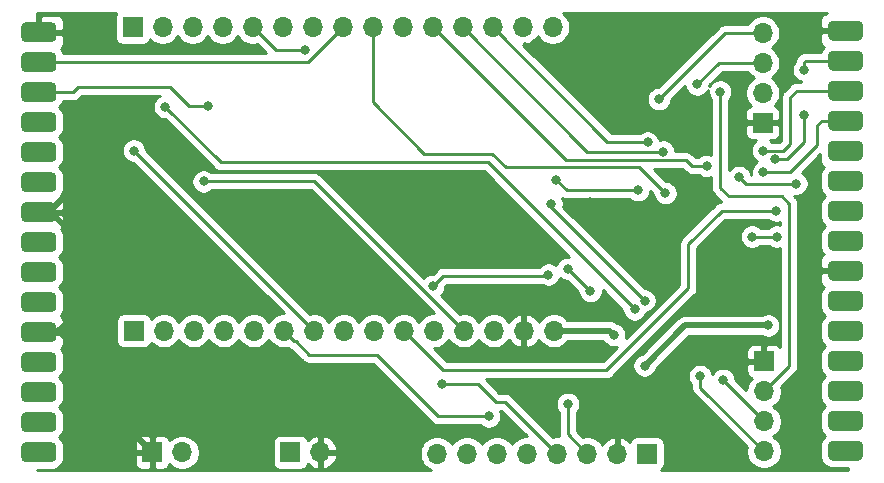
<source format=gbr>
%TF.GenerationSoftware,KiCad,Pcbnew,5.1.9-73d0e3b20d~88~ubuntu18.04.1*%
%TF.CreationDate,2021-01-24T01:48:54+01:00*%
%TF.ProjectId,rugzak-ledboard-pcb,7275677a-616b-42d6-9c65-64626f617264,rev?*%
%TF.SameCoordinates,Original*%
%TF.FileFunction,Copper,L2,Bot*%
%TF.FilePolarity,Positive*%
%FSLAX46Y46*%
G04 Gerber Fmt 4.6, Leading zero omitted, Abs format (unit mm)*
G04 Created by KiCad (PCBNEW 5.1.9-73d0e3b20d~88~ubuntu18.04.1) date 2021-01-24 01:48:54*
%MOMM*%
%LPD*%
G01*
G04 APERTURE LIST*
%TA.AperFunction,ComponentPad*%
%ADD10O,1.700000X1.700000*%
%TD*%
%TA.AperFunction,ComponentPad*%
%ADD11R,1.700000X1.700000*%
%TD*%
%TA.AperFunction,ViaPad*%
%ADD12C,0.800000*%
%TD*%
%TA.AperFunction,Conductor*%
%ADD13C,0.250000*%
%TD*%
%TA.AperFunction,Conductor*%
%ADD14C,0.500000*%
%TD*%
%TA.AperFunction,Conductor*%
%ADD15C,0.254000*%
%TD*%
%TA.AperFunction,Conductor*%
%ADD16C,0.100000*%
%TD*%
G04 APERTURE END LIST*
%TO.P,J1,15*%
%TO.N,Net-(ESP321-Pad14)*%
%TA.AperFunction,ComponentPad*%
G36*
G01*
X52350000Y-111805000D02*
X52350000Y-112655000D01*
G75*
G02*
X51925000Y-113080000I-425000J0D01*
G01*
X49775000Y-113080000D01*
G75*
G02*
X49350000Y-112655000I0J425000D01*
G01*
X49350000Y-111805000D01*
G75*
G02*
X49775000Y-111380000I425000J0D01*
G01*
X51925000Y-111380000D01*
G75*
G02*
X52350000Y-111805000I0J-425000D01*
G01*
G37*
%TD.AperFunction*%
%TO.P,J1,14*%
%TO.N,Net-(ESP321-Pad23)*%
%TA.AperFunction,ComponentPad*%
G36*
G01*
X52350000Y-114345000D02*
X52350000Y-115195000D01*
G75*
G02*
X51925000Y-115620000I-425000J0D01*
G01*
X49775000Y-115620000D01*
G75*
G02*
X49350000Y-115195000I0J425000D01*
G01*
X49350000Y-114345000D01*
G75*
G02*
X49775000Y-113920000I425000J0D01*
G01*
X51925000Y-113920000D01*
G75*
G02*
X52350000Y-114345000I0J-425000D01*
G01*
G37*
%TD.AperFunction*%
%TO.P,J1,13*%
%TO.N,Net-(ESP321-Pad24)*%
%TA.AperFunction,ComponentPad*%
G36*
G01*
X52350000Y-116885000D02*
X52350000Y-117735000D01*
G75*
G02*
X51925000Y-118160000I-425000J0D01*
G01*
X49775000Y-118160000D01*
G75*
G02*
X49350000Y-117735000I0J425000D01*
G01*
X49350000Y-116885000D01*
G75*
G02*
X49775000Y-116460000I425000J0D01*
G01*
X51925000Y-116460000D01*
G75*
G02*
X52350000Y-116885000I0J-425000D01*
G01*
G37*
%TD.AperFunction*%
%TO.P,J1,12*%
%TO.N,Net-(ESP321-Pad25)*%
%TA.AperFunction,ComponentPad*%
G36*
G01*
X52350000Y-119425000D02*
X52350000Y-120275000D01*
G75*
G02*
X51925000Y-120700000I-425000J0D01*
G01*
X49775000Y-120700000D01*
G75*
G02*
X49350000Y-120275000I0J425000D01*
G01*
X49350000Y-119425000D01*
G75*
G02*
X49775000Y-119000000I425000J0D01*
G01*
X51925000Y-119000000D01*
G75*
G02*
X52350000Y-119425000I0J-425000D01*
G01*
G37*
%TD.AperFunction*%
%TO.P,J1,11*%
%TO.N,Net-(ESP321-Pad7)*%
%TA.AperFunction,ComponentPad*%
G36*
G01*
X52350000Y-121965000D02*
X52350000Y-122815000D01*
G75*
G02*
X51925000Y-123240000I-425000J0D01*
G01*
X49775000Y-123240000D01*
G75*
G02*
X49350000Y-122815000I0J425000D01*
G01*
X49350000Y-121965000D01*
G75*
G02*
X49775000Y-121540000I425000J0D01*
G01*
X51925000Y-121540000D01*
G75*
G02*
X52350000Y-121965000I0J-425000D01*
G01*
G37*
%TD.AperFunction*%
%TO.P,J1,10*%
%TO.N,Net-(ESP321-Pad12)*%
%TA.AperFunction,ComponentPad*%
G36*
G01*
X52350000Y-124505000D02*
X52350000Y-125355000D01*
G75*
G02*
X51925000Y-125780000I-425000J0D01*
G01*
X49775000Y-125780000D01*
G75*
G02*
X49350000Y-125355000I0J425000D01*
G01*
X49350000Y-124505000D01*
G75*
G02*
X49775000Y-124080000I425000J0D01*
G01*
X51925000Y-124080000D01*
G75*
G02*
X52350000Y-124505000I0J-425000D01*
G01*
G37*
%TD.AperFunction*%
%TO.P,J1,9*%
%TO.N,Net-(ESP321-Pad14)*%
%TA.AperFunction,ComponentPad*%
G36*
G01*
X52350000Y-127045000D02*
X52350000Y-127895000D01*
G75*
G02*
X51925000Y-128320000I-425000J0D01*
G01*
X49775000Y-128320000D01*
G75*
G02*
X49350000Y-127895000I0J425000D01*
G01*
X49350000Y-127045000D01*
G75*
G02*
X49775000Y-126620000I425000J0D01*
G01*
X51925000Y-126620000D01*
G75*
G02*
X52350000Y-127045000I0J-425000D01*
G01*
G37*
%TD.AperFunction*%
%TO.P,J1,8*%
%TO.N,Net-(ESP321-Pad13)*%
%TA.AperFunction,ComponentPad*%
G36*
G01*
X52350000Y-129585000D02*
X52350000Y-130435000D01*
G75*
G02*
X51925000Y-130860000I-425000J0D01*
G01*
X49775000Y-130860000D01*
G75*
G02*
X49350000Y-130435000I0J425000D01*
G01*
X49350000Y-129585000D01*
G75*
G02*
X49775000Y-129160000I425000J0D01*
G01*
X51925000Y-129160000D01*
G75*
G02*
X52350000Y-129585000I0J-425000D01*
G01*
G37*
%TD.AperFunction*%
%TO.P,J1,7*%
%TO.N,Net-(ESP321-Pad9)*%
%TA.AperFunction,ComponentPad*%
G36*
G01*
X52350000Y-132125000D02*
X52350000Y-132975000D01*
G75*
G02*
X51925000Y-133400000I-425000J0D01*
G01*
X49775000Y-133400000D01*
G75*
G02*
X49350000Y-132975000I0J425000D01*
G01*
X49350000Y-132125000D01*
G75*
G02*
X49775000Y-131700000I425000J0D01*
G01*
X51925000Y-131700000D01*
G75*
G02*
X52350000Y-132125000I0J-425000D01*
G01*
G37*
%TD.AperFunction*%
%TO.P,J1,6*%
%TO.N,Net-(ESP321-Pad8)*%
%TA.AperFunction,ComponentPad*%
G36*
G01*
X52350000Y-134665000D02*
X52350000Y-135515000D01*
G75*
G02*
X51925000Y-135940000I-425000J0D01*
G01*
X49775000Y-135940000D01*
G75*
G02*
X49350000Y-135515000I0J425000D01*
G01*
X49350000Y-134665000D01*
G75*
G02*
X49775000Y-134240000I425000J0D01*
G01*
X51925000Y-134240000D01*
G75*
G02*
X52350000Y-134665000I0J-425000D01*
G01*
G37*
%TD.AperFunction*%
%TO.P,J1,5*%
%TO.N,Net-(ESP321-Pad14)*%
%TA.AperFunction,ComponentPad*%
G36*
G01*
X52350000Y-137205000D02*
X52350000Y-138055000D01*
G75*
G02*
X51925000Y-138480000I-425000J0D01*
G01*
X49775000Y-138480000D01*
G75*
G02*
X49350000Y-138055000I0J425000D01*
G01*
X49350000Y-137205000D01*
G75*
G02*
X49775000Y-136780000I425000J0D01*
G01*
X51925000Y-136780000D01*
G75*
G02*
X52350000Y-137205000I0J-425000D01*
G01*
G37*
%TD.AperFunction*%
%TO.P,J1,4*%
%TO.N,Net-(J1-Pad4)*%
%TA.AperFunction,ComponentPad*%
G36*
G01*
X52350000Y-139745000D02*
X52350000Y-140595000D01*
G75*
G02*
X51925000Y-141020000I-425000J0D01*
G01*
X49775000Y-141020000D01*
G75*
G02*
X49350000Y-140595000I0J425000D01*
G01*
X49350000Y-139745000D01*
G75*
G02*
X49775000Y-139320000I425000J0D01*
G01*
X51925000Y-139320000D01*
G75*
G02*
X52350000Y-139745000I0J-425000D01*
G01*
G37*
%TD.AperFunction*%
%TO.P,J1,3*%
%TO.N,Net-(J1-Pad3)*%
%TA.AperFunction,ComponentPad*%
G36*
G01*
X52350000Y-142285000D02*
X52350000Y-143135000D01*
G75*
G02*
X51925000Y-143560000I-425000J0D01*
G01*
X49775000Y-143560000D01*
G75*
G02*
X49350000Y-143135000I0J425000D01*
G01*
X49350000Y-142285000D01*
G75*
G02*
X49775000Y-141860000I425000J0D01*
G01*
X51925000Y-141860000D01*
G75*
G02*
X52350000Y-142285000I0J-425000D01*
G01*
G37*
%TD.AperFunction*%
%TO.P,J1,2*%
%TO.N,Net-(J1-Pad2)*%
%TA.AperFunction,ComponentPad*%
G36*
G01*
X52350000Y-144825000D02*
X52350000Y-145675000D01*
G75*
G02*
X51925000Y-146100000I-425000J0D01*
G01*
X49775000Y-146100000D01*
G75*
G02*
X49350000Y-145675000I0J425000D01*
G01*
X49350000Y-144825000D01*
G75*
G02*
X49775000Y-144400000I425000J0D01*
G01*
X51925000Y-144400000D01*
G75*
G02*
X52350000Y-144825000I0J-425000D01*
G01*
G37*
%TD.AperFunction*%
%TO.P,J1,1*%
%TO.N,Net-(J1-Pad1)*%
%TA.AperFunction,ComponentPad*%
G36*
G01*
X52350000Y-147365000D02*
X52350000Y-148215000D01*
G75*
G02*
X51925000Y-148640000I-425000J0D01*
G01*
X49775000Y-148640000D01*
G75*
G02*
X49350000Y-148215000I0J425000D01*
G01*
X49350000Y-147365000D01*
G75*
G02*
X49775000Y-146940000I425000J0D01*
G01*
X51925000Y-146940000D01*
G75*
G02*
X52350000Y-147365000I0J-425000D01*
G01*
G37*
%TD.AperFunction*%
%TD*%
%TO.P,J4,15*%
%TO.N,Net-(ESP321-Pad15)*%
%TA.AperFunction,ComponentPad*%
G36*
G01*
X117650000Y-148075000D02*
X117650000Y-147225000D01*
G75*
G02*
X118075000Y-146800000I425000J0D01*
G01*
X120225000Y-146800000D01*
G75*
G02*
X120650000Y-147225000I0J-425000D01*
G01*
X120650000Y-148075000D01*
G75*
G02*
X120225000Y-148500000I-425000J0D01*
G01*
X118075000Y-148500000D01*
G75*
G02*
X117650000Y-148075000I0J425000D01*
G01*
G37*
%TD.AperFunction*%
%TO.P,J4,14*%
%TA.AperFunction,ComponentPad*%
G36*
G01*
X117650000Y-145535000D02*
X117650000Y-144685000D01*
G75*
G02*
X118075000Y-144260000I425000J0D01*
G01*
X120225000Y-144260000D01*
G75*
G02*
X120650000Y-144685000I0J-425000D01*
G01*
X120650000Y-145535000D01*
G75*
G02*
X120225000Y-145960000I-425000J0D01*
G01*
X118075000Y-145960000D01*
G75*
G02*
X117650000Y-145535000I0J425000D01*
G01*
G37*
%TD.AperFunction*%
%TO.P,J4,13*%
%TA.AperFunction,ComponentPad*%
G36*
G01*
X117650000Y-142995000D02*
X117650000Y-142145000D01*
G75*
G02*
X118075000Y-141720000I425000J0D01*
G01*
X120225000Y-141720000D01*
G75*
G02*
X120650000Y-142145000I0J-425000D01*
G01*
X120650000Y-142995000D01*
G75*
G02*
X120225000Y-143420000I-425000J0D01*
G01*
X118075000Y-143420000D01*
G75*
G02*
X117650000Y-142995000I0J425000D01*
G01*
G37*
%TD.AperFunction*%
%TO.P,J4,12*%
%TA.AperFunction,ComponentPad*%
G36*
G01*
X117650000Y-140455000D02*
X117650000Y-139605000D01*
G75*
G02*
X118075000Y-139180000I425000J0D01*
G01*
X120225000Y-139180000D01*
G75*
G02*
X120650000Y-139605000I0J-425000D01*
G01*
X120650000Y-140455000D01*
G75*
G02*
X120225000Y-140880000I-425000J0D01*
G01*
X118075000Y-140880000D01*
G75*
G02*
X117650000Y-140455000I0J425000D01*
G01*
G37*
%TD.AperFunction*%
%TO.P,J4,11*%
%TO.N,Net-(J4-Pad11)*%
%TA.AperFunction,ComponentPad*%
G36*
G01*
X117650000Y-137915000D02*
X117650000Y-137065000D01*
G75*
G02*
X118075000Y-136640000I425000J0D01*
G01*
X120225000Y-136640000D01*
G75*
G02*
X120650000Y-137065000I0J-425000D01*
G01*
X120650000Y-137915000D01*
G75*
G02*
X120225000Y-138340000I-425000J0D01*
G01*
X118075000Y-138340000D01*
G75*
G02*
X117650000Y-137915000I0J425000D01*
G01*
G37*
%TD.AperFunction*%
%TO.P,J4,10*%
%TO.N,Net-(J4-Pad10)*%
%TA.AperFunction,ComponentPad*%
G36*
G01*
X117650000Y-135375000D02*
X117650000Y-134525000D01*
G75*
G02*
X118075000Y-134100000I425000J0D01*
G01*
X120225000Y-134100000D01*
G75*
G02*
X120650000Y-134525000I0J-425000D01*
G01*
X120650000Y-135375000D01*
G75*
G02*
X120225000Y-135800000I-425000J0D01*
G01*
X118075000Y-135800000D01*
G75*
G02*
X117650000Y-135375000I0J425000D01*
G01*
G37*
%TD.AperFunction*%
%TO.P,J4,9*%
%TO.N,Net-(ESP321-Pad14)*%
%TA.AperFunction,ComponentPad*%
G36*
G01*
X117650000Y-132835000D02*
X117650000Y-131985000D01*
G75*
G02*
X118075000Y-131560000I425000J0D01*
G01*
X120225000Y-131560000D01*
G75*
G02*
X120650000Y-131985000I0J-425000D01*
G01*
X120650000Y-132835000D01*
G75*
G02*
X120225000Y-133260000I-425000J0D01*
G01*
X118075000Y-133260000D01*
G75*
G02*
X117650000Y-132835000I0J425000D01*
G01*
G37*
%TD.AperFunction*%
%TO.P,J4,8*%
%TO.N,Net-(ESP321-Pad22)*%
%TA.AperFunction,ComponentPad*%
G36*
G01*
X117650000Y-130295000D02*
X117650000Y-129445000D01*
G75*
G02*
X118075000Y-129020000I425000J0D01*
G01*
X120225000Y-129020000D01*
G75*
G02*
X120650000Y-129445000I0J-425000D01*
G01*
X120650000Y-130295000D01*
G75*
G02*
X120225000Y-130720000I-425000J0D01*
G01*
X118075000Y-130720000D01*
G75*
G02*
X117650000Y-130295000I0J425000D01*
G01*
G37*
%TD.AperFunction*%
%TO.P,J4,7*%
%TO.N,Net-(ESP321-Pad10)*%
%TA.AperFunction,ComponentPad*%
G36*
G01*
X117650000Y-127755000D02*
X117650000Y-126905000D01*
G75*
G02*
X118075000Y-126480000I425000J0D01*
G01*
X120225000Y-126480000D01*
G75*
G02*
X120650000Y-126905000I0J-425000D01*
G01*
X120650000Y-127755000D01*
G75*
G02*
X120225000Y-128180000I-425000J0D01*
G01*
X118075000Y-128180000D01*
G75*
G02*
X117650000Y-127755000I0J425000D01*
G01*
G37*
%TD.AperFunction*%
%TO.P,J4,6*%
%TO.N,Net-(ESP321-Pad21)*%
%TA.AperFunction,ComponentPad*%
G36*
G01*
X117650000Y-125215000D02*
X117650000Y-124365000D01*
G75*
G02*
X118075000Y-123940000I425000J0D01*
G01*
X120225000Y-123940000D01*
G75*
G02*
X120650000Y-124365000I0J-425000D01*
G01*
X120650000Y-125215000D01*
G75*
G02*
X120225000Y-125640000I-425000J0D01*
G01*
X118075000Y-125640000D01*
G75*
G02*
X117650000Y-125215000I0J425000D01*
G01*
G37*
%TD.AperFunction*%
%TO.P,J4,5*%
%TO.N,Net-(ESP321-Pad14)*%
%TA.AperFunction,ComponentPad*%
G36*
G01*
X117650000Y-122675000D02*
X117650000Y-121825000D01*
G75*
G02*
X118075000Y-121400000I425000J0D01*
G01*
X120225000Y-121400000D01*
G75*
G02*
X120650000Y-121825000I0J-425000D01*
G01*
X120650000Y-122675000D01*
G75*
G02*
X120225000Y-123100000I-425000J0D01*
G01*
X118075000Y-123100000D01*
G75*
G02*
X117650000Y-122675000I0J425000D01*
G01*
G37*
%TD.AperFunction*%
%TO.P,J4,4*%
%TO.N,Net-(ESP321-Pad20)*%
%TA.AperFunction,ComponentPad*%
G36*
G01*
X117650000Y-120135000D02*
X117650000Y-119285000D01*
G75*
G02*
X118075000Y-118860000I425000J0D01*
G01*
X120225000Y-118860000D01*
G75*
G02*
X120650000Y-119285000I0J-425000D01*
G01*
X120650000Y-120135000D01*
G75*
G02*
X120225000Y-120560000I-425000J0D01*
G01*
X118075000Y-120560000D01*
G75*
G02*
X117650000Y-120135000I0J425000D01*
G01*
G37*
%TD.AperFunction*%
%TO.P,J4,3*%
%TO.N,Net-(ESP321-Pad18)*%
%TA.AperFunction,ComponentPad*%
G36*
G01*
X117650000Y-117595000D02*
X117650000Y-116745000D01*
G75*
G02*
X118075000Y-116320000I425000J0D01*
G01*
X120225000Y-116320000D01*
G75*
G02*
X120650000Y-116745000I0J-425000D01*
G01*
X120650000Y-117595000D01*
G75*
G02*
X120225000Y-118020000I-425000J0D01*
G01*
X118075000Y-118020000D01*
G75*
G02*
X117650000Y-117595000I0J425000D01*
G01*
G37*
%TD.AperFunction*%
%TO.P,J4,2*%
%TO.N,Net-(ESP321-Pad19)*%
%TA.AperFunction,ComponentPad*%
G36*
G01*
X117650000Y-115055000D02*
X117650000Y-114205000D01*
G75*
G02*
X118075000Y-113780000I425000J0D01*
G01*
X120225000Y-113780000D01*
G75*
G02*
X120650000Y-114205000I0J-425000D01*
G01*
X120650000Y-115055000D01*
G75*
G02*
X120225000Y-115480000I-425000J0D01*
G01*
X118075000Y-115480000D01*
G75*
G02*
X117650000Y-115055000I0J425000D01*
G01*
G37*
%TD.AperFunction*%
%TO.P,J4,1*%
%TO.N,Net-(ESP321-Pad14)*%
%TA.AperFunction,ComponentPad*%
G36*
G01*
X117650000Y-112515000D02*
X117650000Y-111665000D01*
G75*
G02*
X118075000Y-111240000I425000J0D01*
G01*
X120225000Y-111240000D01*
G75*
G02*
X120650000Y-111665000I0J-425000D01*
G01*
X120650000Y-112515000D01*
G75*
G02*
X120225000Y-112940000I-425000J0D01*
G01*
X118075000Y-112940000D01*
G75*
G02*
X117650000Y-112515000I0J425000D01*
G01*
G37*
%TD.AperFunction*%
%TD*%
D10*
%TO.P,J5,8*%
%TO.N,Net-(J5-Pad8)*%
X84570000Y-147900000D03*
%TO.P,J5,7*%
%TO.N,Net-(J5-Pad7)*%
X87110000Y-147900000D03*
%TO.P,J5,6*%
%TO.N,Net-(J5-Pad6)*%
X89650000Y-147900000D03*
%TO.P,J5,5*%
%TO.N,Net-(J5-Pad5)*%
X92190000Y-147900000D03*
%TO.P,J5,4*%
%TO.N,Net-(ESP321-Pad11)*%
X94730000Y-147900000D03*
%TO.P,J5,3*%
%TO.N,Net-(ESP321-Pad6)*%
X97270000Y-147900000D03*
%TO.P,J5,2*%
%TO.N,Net-(ESP321-Pad14)*%
X99810000Y-147900000D03*
D11*
%TO.P,J5,1*%
%TO.N,Net-(ESP321-Pad16)*%
X102350000Y-147900000D03*
%TD*%
D10*
%TO.P,ESP321,16*%
%TO.N,Net-(ESP321-Pad16)*%
X94360000Y-111800000D03*
%TO.P,ESP321,17*%
%TO.N,Net-(ESP321-Pad14)*%
X91820000Y-111800000D03*
%TO.P,ESP321,18*%
%TO.N,Net-(ESP321-Pad18)*%
X89280000Y-111800000D03*
%TO.P,ESP321,19*%
%TO.N,Net-(ESP321-Pad19)*%
X86740000Y-111800000D03*
%TO.P,ESP321,20*%
%TO.N,Net-(ESP321-Pad20)*%
X84200000Y-111800000D03*
%TO.P,ESP321,21*%
%TO.N,Net-(ESP321-Pad21)*%
X81660000Y-111800000D03*
%TO.P,ESP321,22*%
%TO.N,Net-(ESP321-Pad22)*%
X79120000Y-111800000D03*
%TO.P,ESP321,23*%
%TO.N,Net-(ESP321-Pad23)*%
X76580000Y-111800000D03*
%TO.P,ESP321,24*%
%TO.N,Net-(ESP321-Pad24)*%
X74040000Y-111800000D03*
%TO.P,ESP321,25*%
%TO.N,Net-(ESP321-Pad25)*%
X71500000Y-111800000D03*
%TO.P,ESP321,26*%
%TO.N,Net-(ESP321-Pad26)*%
X68960000Y-111800000D03*
%TO.P,ESP321,27*%
%TO.N,Net-(ESP321-Pad27)*%
X66420000Y-111800000D03*
%TO.P,ESP321,28*%
%TO.N,Net-(ESP321-Pad28)*%
X63880000Y-111800000D03*
%TO.P,ESP321,29*%
%TO.N,Net-(ESP321-Pad29)*%
X61340000Y-111800000D03*
D11*
%TO.P,ESP321,30*%
%TO.N,Net-(ESP321-Pad30)*%
X58800000Y-111800000D03*
X58800000Y-111800000D03*
D10*
%TO.P,ESP321,29*%
%TO.N,Net-(ESP321-Pad29)*%
X61340000Y-111800000D03*
%TO.P,ESP321,28*%
%TO.N,Net-(ESP321-Pad28)*%
X63880000Y-111800000D03*
%TO.P,ESP321,27*%
%TO.N,Net-(ESP321-Pad27)*%
X66420000Y-111800000D03*
%TO.P,ESP321,26*%
%TO.N,Net-(ESP321-Pad26)*%
X68960000Y-111800000D03*
%TO.P,ESP321,25*%
%TO.N,Net-(ESP321-Pad25)*%
X71500000Y-111800000D03*
%TO.P,ESP321,24*%
%TO.N,Net-(ESP321-Pad24)*%
X74040000Y-111800000D03*
%TO.P,ESP321,23*%
%TO.N,Net-(ESP321-Pad23)*%
X76580000Y-111800000D03*
%TO.P,ESP321,22*%
%TO.N,Net-(ESP321-Pad22)*%
X79120000Y-111800000D03*
%TO.P,ESP321,21*%
%TO.N,Net-(ESP321-Pad21)*%
X81660000Y-111800000D03*
%TO.P,ESP321,20*%
%TO.N,Net-(ESP321-Pad20)*%
X84200000Y-111800000D03*
%TO.P,ESP321,19*%
%TO.N,Net-(ESP321-Pad19)*%
X86740000Y-111800000D03*
%TO.P,ESP321,18*%
%TO.N,Net-(ESP321-Pad18)*%
X89280000Y-111800000D03*
%TO.P,ESP321,17*%
%TO.N,Net-(ESP321-Pad14)*%
X91820000Y-111800000D03*
%TO.P,ESP321,16*%
%TO.N,Net-(ESP321-Pad16)*%
X94360000Y-111800000D03*
%TO.P,ESP321,15*%
%TO.N,Net-(ESP321-Pad15)*%
X94460000Y-137500000D03*
%TO.P,ESP321,14*%
%TO.N,Net-(ESP321-Pad14)*%
X91920000Y-137500000D03*
%TO.P,ESP321,13*%
%TO.N,Net-(ESP321-Pad13)*%
X89380000Y-137500000D03*
%TO.P,ESP321,12*%
%TO.N,Net-(ESP321-Pad12)*%
X86840000Y-137500000D03*
%TO.P,ESP321,11*%
%TO.N,Net-(ESP321-Pad11)*%
X84300000Y-137500000D03*
%TO.P,ESP321,10*%
%TO.N,Net-(ESP321-Pad10)*%
X81760000Y-137500000D03*
%TO.P,ESP321,9*%
%TO.N,Net-(ESP321-Pad9)*%
X79220000Y-137500000D03*
%TO.P,ESP321,8*%
%TO.N,Net-(ESP321-Pad8)*%
X76680000Y-137500000D03*
%TO.P,ESP321,7*%
%TO.N,Net-(ESP321-Pad7)*%
X74140000Y-137500000D03*
%TO.P,ESP321,6*%
%TO.N,Net-(ESP321-Pad6)*%
X71600000Y-137500000D03*
%TO.P,ESP321,5*%
%TO.N,Net-(ESP321-Pad5)*%
X69060000Y-137500000D03*
%TO.P,ESP321,4*%
%TO.N,Net-(ESP321-Pad4)*%
X66520000Y-137500000D03*
%TO.P,ESP321,3*%
%TO.N,Net-(ESP321-Pad3)*%
X63980000Y-137500000D03*
%TO.P,ESP321,2*%
%TO.N,Net-(ESP321-Pad2)*%
X61440000Y-137500000D03*
D11*
%TO.P,ESP321,1*%
%TO.N,Net-(ESP321-Pad1)*%
X58900000Y-137500000D03*
X58900000Y-137500000D03*
D10*
%TO.P,ESP321,2*%
%TO.N,Net-(ESP321-Pad2)*%
X61440000Y-137500000D03*
%TO.P,ESP321,3*%
%TO.N,Net-(ESP321-Pad3)*%
X63980000Y-137500000D03*
%TO.P,ESP321,4*%
%TO.N,Net-(ESP321-Pad4)*%
X66520000Y-137500000D03*
%TO.P,ESP321,5*%
%TO.N,Net-(ESP321-Pad5)*%
X69060000Y-137500000D03*
%TO.P,ESP321,6*%
%TO.N,Net-(ESP321-Pad6)*%
X71600000Y-137500000D03*
%TO.P,ESP321,7*%
%TO.N,Net-(ESP321-Pad7)*%
X74140000Y-137500000D03*
%TO.P,ESP321,8*%
%TO.N,Net-(ESP321-Pad8)*%
X76680000Y-137500000D03*
%TO.P,ESP321,9*%
%TO.N,Net-(ESP321-Pad9)*%
X79220000Y-137500000D03*
%TO.P,ESP321,10*%
%TO.N,Net-(ESP321-Pad10)*%
X81760000Y-137500000D03*
%TO.P,ESP321,11*%
%TO.N,Net-(ESP321-Pad11)*%
X84300000Y-137500000D03*
%TO.P,ESP321,12*%
%TO.N,Net-(ESP321-Pad12)*%
X86840000Y-137500000D03*
%TO.P,ESP321,13*%
%TO.N,Net-(ESP321-Pad13)*%
X89380000Y-137500000D03*
%TO.P,ESP321,14*%
%TO.N,Net-(ESP321-Pad14)*%
X91920000Y-137500000D03*
%TO.P,ESP321,15*%
%TO.N,Net-(ESP321-Pad15)*%
X94460000Y-137500000D03*
%TD*%
D11*
%TO.P,J2,1*%
%TO.N,Net-(ESP321-Pad14)*%
X112250000Y-140100000D03*
D10*
%TO.P,J2,2*%
%TO.N,Net-(ESP321-Pad16)*%
X112250000Y-142640000D03*
%TO.P,J2,3*%
%TO.N,Net-(ESP321-Pad26)*%
X112250000Y-145180000D03*
%TO.P,J2,4*%
%TO.N,Net-(ESP321-Pad29)*%
X112250000Y-147720000D03*
%TD*%
%TO.P,J3,4*%
%TO.N,Net-(ESP321-Pad6)*%
X112150000Y-112280000D03*
%TO.P,J3,3*%
%TO.N,Net-(ESP321-Pad11)*%
X112150000Y-114820000D03*
%TO.P,J3,2*%
%TO.N,Net-(ESP321-Pad16)*%
X112150000Y-117360000D03*
D11*
%TO.P,J3,1*%
%TO.N,Net-(ESP321-Pad14)*%
X112150000Y-119900000D03*
%TD*%
D10*
%TO.P,J6,2*%
%TO.N,Net-(ESP321-Pad14)*%
X74690000Y-147800000D03*
D11*
%TO.P,J6,1*%
%TO.N,Net-(ESP321-Pad16)*%
X72150000Y-147800000D03*
%TD*%
%TO.P,J7,1*%
%TO.N,Net-(ESP321-Pad14)*%
X60450000Y-147800000D03*
D10*
%TO.P,J7,2*%
%TO.N,Net-(ESP321-Pad15)*%
X62990000Y-147800000D03*
%TD*%
D12*
%TO.N,Net-(ESP321-Pad16)*%
X108550000Y-117250000D03*
%TO.N,Net-(ESP321-Pad18)*%
X118300000Y-117100000D03*
X112150000Y-122250000D03*
X112150000Y-122250000D03*
X102400000Y-121550000D03*
%TO.N,Net-(ESP321-Pad19)*%
X118300000Y-114550000D03*
X113224999Y-122975001D03*
X115650305Y-115400305D03*
X115625000Y-119225000D03*
X103700000Y-122325010D03*
%TO.N,Net-(ESP321-Pad20)*%
X118300000Y-119650000D03*
X107400000Y-123550000D03*
X112200000Y-124050000D03*
%TO.N,Net-(ESP321-Pad21)*%
X118300000Y-124700000D03*
X115000000Y-125050000D03*
X110150000Y-124500000D03*
X101600000Y-125600000D03*
X94650000Y-124700000D03*
%TO.N,Net-(ESP321-Pad22)*%
X118300000Y-129800000D03*
X103900000Y-125850000D03*
X111237653Y-129537653D03*
X113312347Y-129537653D03*
%TO.N,Net-(ESP321-Pad23)*%
X51800000Y-114700000D03*
%TO.N,Net-(ESP321-Pad24)*%
X51800000Y-117250000D03*
X65150000Y-118450000D03*
%TO.N,Net-(ESP321-Pad25)*%
X51800000Y-119800000D03*
%TO.N,Net-(ESP321-Pad26)*%
X73400000Y-113750000D03*
X94250000Y-126750000D03*
X102150000Y-134950000D03*
X108800000Y-141650000D03*
%TO.N,Net-(ESP321-Pad29)*%
X61550000Y-118550000D03*
X101300000Y-135700000D03*
X106850000Y-141350000D03*
%TO.N,Net-(ESP321-Pad15)*%
X118250000Y-139950000D03*
X118250000Y-142500000D03*
X118250000Y-145050000D03*
X118250000Y-147550000D03*
X99550000Y-137850000D03*
X102150000Y-140450000D03*
X112600000Y-137050000D03*
%TO.N,Net-(ESP321-Pad14)*%
X97500000Y-126600000D03*
X118300000Y-132350000D03*
X118300000Y-122150000D03*
X118300000Y-112000000D03*
X51800000Y-137550000D03*
X51800000Y-127400000D03*
X51800000Y-112150000D03*
X53750000Y-118650000D03*
X101050000Y-131300000D03*
%TO.N,Net-(ESP321-Pad13)*%
X51800000Y-129950000D03*
%TO.N,Net-(ESP321-Pad12)*%
X51800000Y-124850000D03*
X64800000Y-124850000D03*
%TO.N,Net-(ESP321-Pad11)*%
X85000000Y-142050000D03*
X94000000Y-132750000D03*
X106600000Y-116650000D03*
X84250000Y-133700000D03*
%TO.N,Net-(ESP321-Pad10)*%
X118300000Y-127250000D03*
X113280000Y-127330000D03*
%TO.N,Net-(ESP321-Pad9)*%
X51800000Y-132500000D03*
%TO.N,Net-(ESP321-Pad8)*%
X51800000Y-135000000D03*
%TO.N,Net-(ESP321-Pad7)*%
X51800000Y-122300000D03*
X58890000Y-122250000D03*
%TO.N,Net-(ESP321-Pad6)*%
X88950000Y-144750000D03*
X95650000Y-143700000D03*
X97550000Y-134150000D03*
X95650000Y-132250000D03*
X103350000Y-117900000D03*
%TO.N,Net-(J1-Pad1)*%
X51800000Y-147700000D03*
%TO.N,Net-(J1-Pad2)*%
X51800000Y-145200000D03*
%TO.N,Net-(J1-Pad3)*%
X51800000Y-142650000D03*
%TO.N,Net-(J1-Pad4)*%
X51800000Y-140100000D03*
%TO.N,Net-(J4-Pad11)*%
X118250000Y-137400000D03*
%TO.N,Net-(J4-Pad10)*%
X118300000Y-134850000D03*
%TD*%
D13*
%TO.N,Net-(ESP321-Pad16)*%
X112800002Y-126100002D02*
X109250002Y-126100002D01*
X109250002Y-126100002D02*
X108550000Y-125400000D01*
X108550000Y-125400000D02*
X108550000Y-124100000D01*
X113750002Y-126100002D02*
X112800002Y-126100002D01*
X112250000Y-142640000D02*
X114400000Y-140490000D01*
X114400000Y-126750000D02*
X113750002Y-126100002D01*
X114400000Y-140490000D02*
X114400000Y-126750000D01*
X108550000Y-124100000D02*
X108550000Y-117250000D01*
%TO.N,Net-(ESP321-Pad18)*%
X114450000Y-121700000D02*
X113900000Y-122250000D01*
X113900000Y-122250000D02*
X112150000Y-122250000D01*
X114450000Y-117750000D02*
X114450000Y-121700000D01*
X115030000Y-117170000D02*
X114450000Y-117750000D01*
X119649990Y-117170000D02*
X115030000Y-117170000D01*
X99030000Y-121550000D02*
X98990000Y-121510000D01*
X102400000Y-121550000D02*
X99030000Y-121550000D01*
X89280000Y-111800000D02*
X98990000Y-121510000D01*
%TO.N,Net-(ESP321-Pad19)*%
X115625000Y-121525000D02*
X115650305Y-121525000D01*
X114174999Y-122975001D02*
X115625000Y-121525000D01*
X113224999Y-122975001D02*
X114174999Y-122975001D01*
X115650305Y-115400305D02*
X115650305Y-114749695D01*
X115770000Y-114630000D02*
X119649990Y-114630000D01*
X115650305Y-114749695D02*
X115770000Y-114630000D01*
X115625000Y-121525000D02*
X115625000Y-119225000D01*
X103700000Y-122325010D02*
X97265010Y-122325010D01*
X86740000Y-111800000D02*
X97095000Y-122155000D01*
X97265010Y-122325010D02*
X97095000Y-122155000D01*
%TO.N,Net-(ESP321-Pad20)*%
X95450010Y-123050010D02*
X105650010Y-123050010D01*
X84200000Y-111800000D02*
X95450010Y-123050010D01*
X105650010Y-123050010D02*
X106150000Y-123550000D01*
X106150000Y-123550000D02*
X107400000Y-123550000D01*
X112200000Y-124050000D02*
X114465685Y-124050000D01*
X114465685Y-124050000D02*
X116750000Y-121765685D01*
X116750000Y-121765685D02*
X116750000Y-120100000D01*
X117140000Y-119710000D02*
X119649990Y-119710000D01*
X116750000Y-120100000D02*
X117140000Y-119710000D01*
%TO.N,Net-(ESP321-Pad21)*%
X115000000Y-125050000D02*
X110700000Y-125050000D01*
X110700000Y-125050000D02*
X110150000Y-124500000D01*
X101600000Y-125600000D02*
X100950000Y-125600000D01*
X100950000Y-125600000D02*
X95550000Y-125600000D01*
X95550000Y-125600000D02*
X94650000Y-124700000D01*
%TO.N,Net-(ESP321-Pad22)*%
X79120000Y-118120000D02*
X79120000Y-111800000D01*
X83500000Y-122500000D02*
X79120000Y-118120000D01*
X89250000Y-122500000D02*
X83500000Y-122500000D01*
X90400010Y-123650010D02*
X89250000Y-122500000D01*
X103900000Y-125850000D02*
X101700010Y-123650010D01*
X101700010Y-123650010D02*
X90400010Y-123650010D01*
X111237653Y-129537653D02*
X113312347Y-129537653D01*
%TO.N,Net-(ESP321-Pad23)*%
X73610000Y-114770000D02*
X50350010Y-114770000D01*
X76580000Y-111800000D02*
X73610000Y-114770000D01*
%TO.N,Net-(ESP321-Pad24)*%
X53710000Y-117310000D02*
X50350010Y-117310000D01*
X65150000Y-118450000D02*
X63550000Y-118450000D01*
X63550000Y-118450000D02*
X61950000Y-116850000D01*
X54170000Y-116850000D02*
X53710000Y-117310000D01*
X61950000Y-116850000D02*
X54170000Y-116850000D01*
%TO.N,Net-(ESP321-Pad26)*%
X68960000Y-111800000D02*
X70910000Y-113750000D01*
X70910000Y-113750000D02*
X73400000Y-113750000D01*
X94250000Y-126750000D02*
X94250000Y-127050000D01*
X94250000Y-127050000D02*
X102150000Y-134950000D01*
X112250000Y-145100000D02*
X112250000Y-145180000D01*
X108800000Y-141650000D02*
X112250000Y-145100000D01*
%TO.N,Net-(ESP321-Pad29)*%
X61550000Y-118550000D02*
X66250000Y-123250000D01*
X66250000Y-123250000D02*
X88850000Y-123250000D01*
X88850000Y-123250000D02*
X101300000Y-135700000D01*
X106850000Y-142320000D02*
X112250000Y-147720000D01*
X106850000Y-141350000D02*
X106850000Y-142320000D01*
D14*
%TO.N,Net-(ESP321-Pad15)*%
X94460000Y-137500000D02*
X99200000Y-137500000D01*
D13*
X99200000Y-137500000D02*
X99550000Y-137850000D01*
D14*
X102150000Y-140450000D02*
X105550000Y-137050000D01*
X105550000Y-137050000D02*
X112600000Y-137050000D01*
D13*
%TO.N,Net-(ESP321-Pad14)*%
X99810000Y-147900000D02*
X99810000Y-145090000D01*
X104800000Y-140100000D02*
X112250000Y-140100000D01*
X99810000Y-145090000D02*
X104800000Y-140100000D01*
D14*
X54950000Y-145900000D02*
X53350000Y-144300000D01*
X53350000Y-144300000D02*
X53350000Y-138300000D01*
X53350000Y-138300000D02*
X52680000Y-137630000D01*
X51800000Y-127400000D02*
X53500000Y-129100000D01*
X53500000Y-136560000D02*
X52430000Y-137630000D01*
X53500000Y-129100000D02*
X53500000Y-136560000D01*
D13*
X52680000Y-137630000D02*
X52430000Y-137630000D01*
D14*
X52430000Y-137630000D02*
X51000000Y-137630000D01*
X51800000Y-127400000D02*
X52675010Y-126524990D01*
X52675010Y-126524990D02*
X53750000Y-125450000D01*
X53750000Y-125450000D02*
X53750000Y-123600000D01*
X53750000Y-121050000D02*
X53750000Y-118650000D01*
X53750000Y-123600000D02*
X53750000Y-121050000D01*
X58550000Y-145900000D02*
X60450000Y-147800000D01*
X54950000Y-145900000D02*
X58550000Y-145900000D01*
D13*
X97950000Y-128200000D02*
X101050000Y-131300000D01*
X97950000Y-127050000D02*
X97500000Y-126600000D01*
X97950000Y-128200000D02*
X97950000Y-127050000D01*
%TO.N,Net-(ESP321-Pad12)*%
X86840000Y-137500000D02*
X74190000Y-124850000D01*
X74190000Y-124850000D02*
X64800000Y-124850000D01*
%TO.N,Net-(ESP321-Pad11)*%
X88079002Y-142050000D02*
X89529002Y-143500000D01*
X85000000Y-142050000D02*
X88079002Y-142050000D01*
X90330000Y-143500000D02*
X94730000Y-147900000D01*
X89529002Y-143500000D02*
X90330000Y-143500000D01*
X94000000Y-132750000D02*
X94000000Y-132750000D01*
X108430000Y-114820000D02*
X112150000Y-114820000D01*
X106600000Y-116650000D02*
X108430000Y-114820000D01*
X84250000Y-133700000D02*
X85100000Y-132850000D01*
X93900000Y-132850000D02*
X94000000Y-132750000D01*
X85100000Y-132850000D02*
X93900000Y-132850000D01*
%TO.N,Net-(ESP321-Pad10)*%
X85110000Y-140850000D02*
X81760000Y-137500000D01*
X98900000Y-140850000D02*
X85110000Y-140850000D01*
X105850000Y-130150000D02*
X105850000Y-133900000D01*
X113280000Y-127330000D02*
X108670000Y-127330000D01*
X105850000Y-133900000D02*
X98900000Y-140850000D01*
X108670000Y-127330000D02*
X105850000Y-130150000D01*
%TO.N,Net-(ESP321-Pad7)*%
X74140000Y-137500000D02*
X58890000Y-122250000D01*
X58890000Y-122250000D02*
X58890000Y-122250000D01*
%TO.N,Net-(ESP321-Pad6)*%
X71600000Y-137500000D02*
X72500000Y-138400000D01*
X72500000Y-138400000D02*
X72600000Y-138400000D01*
X72600000Y-138400000D02*
X73750000Y-139550000D01*
X73750000Y-139550000D02*
X79450000Y-139550000D01*
X79450000Y-139550000D02*
X84650000Y-144750000D01*
X84650000Y-144750000D02*
X88950000Y-144750000D01*
X95650000Y-146280000D02*
X97270000Y-147900000D01*
X95650000Y-143700000D02*
X95650000Y-146280000D01*
X97550000Y-134150000D02*
X95650000Y-132250000D01*
X108970000Y-112280000D02*
X112150000Y-112280000D01*
X103350000Y-117900000D02*
X108970000Y-112280000D01*
%TD*%
D15*
%TO.N,Net-(ESP321-Pad14)*%
X61059744Y-117632795D02*
X60890226Y-117746063D01*
X60746063Y-117890226D01*
X60632795Y-118059744D01*
X60554774Y-118248102D01*
X60515000Y-118448061D01*
X60515000Y-118651939D01*
X60554774Y-118851898D01*
X60632795Y-119040256D01*
X60746063Y-119209774D01*
X60890226Y-119353937D01*
X61059744Y-119467205D01*
X61248102Y-119545226D01*
X61448061Y-119585000D01*
X61510199Y-119585000D01*
X65686200Y-123761002D01*
X65709999Y-123790001D01*
X65825724Y-123884974D01*
X65957753Y-123955546D01*
X66101014Y-123999003D01*
X66212667Y-124010000D01*
X66212675Y-124010000D01*
X66250000Y-124013676D01*
X66287325Y-124010000D01*
X88535199Y-124010000D01*
X95740198Y-131215000D01*
X95548061Y-131215000D01*
X95348102Y-131254774D01*
X95159744Y-131332795D01*
X94990226Y-131446063D01*
X94846063Y-131590226D01*
X94732795Y-131759744D01*
X94656519Y-131943888D01*
X94490256Y-131832795D01*
X94301898Y-131754774D01*
X94101939Y-131715000D01*
X93898061Y-131715000D01*
X93698102Y-131754774D01*
X93509744Y-131832795D01*
X93340226Y-131946063D01*
X93196289Y-132090000D01*
X85137333Y-132090000D01*
X85100000Y-132086323D01*
X85062667Y-132090000D01*
X84951014Y-132100997D01*
X84807753Y-132144454D01*
X84675724Y-132215026D01*
X84559999Y-132309999D01*
X84536201Y-132338997D01*
X84210198Y-132665000D01*
X84148061Y-132665000D01*
X83948102Y-132704774D01*
X83759744Y-132782795D01*
X83590226Y-132896063D01*
X83450545Y-133035744D01*
X74753804Y-124339003D01*
X74730001Y-124309999D01*
X74614276Y-124215026D01*
X74482247Y-124144454D01*
X74338986Y-124100997D01*
X74227333Y-124090000D01*
X74227322Y-124090000D01*
X74190000Y-124086324D01*
X74152678Y-124090000D01*
X65503711Y-124090000D01*
X65459774Y-124046063D01*
X65290256Y-123932795D01*
X65101898Y-123854774D01*
X64901939Y-123815000D01*
X64698061Y-123815000D01*
X64498102Y-123854774D01*
X64309744Y-123932795D01*
X64140226Y-124046063D01*
X63996063Y-124190226D01*
X63882795Y-124359744D01*
X63804774Y-124548102D01*
X63765000Y-124748061D01*
X63765000Y-124951939D01*
X63804774Y-125151898D01*
X63882795Y-125340256D01*
X63996063Y-125509774D01*
X64140226Y-125653937D01*
X64309744Y-125767205D01*
X64498102Y-125845226D01*
X64698061Y-125885000D01*
X64901939Y-125885000D01*
X65101898Y-125845226D01*
X65290256Y-125767205D01*
X65459774Y-125653937D01*
X65503711Y-125610000D01*
X73875199Y-125610000D01*
X84280198Y-136015000D01*
X84153740Y-136015000D01*
X83866842Y-136072068D01*
X83596589Y-136184010D01*
X83353368Y-136346525D01*
X83146525Y-136553368D01*
X83030000Y-136727760D01*
X82913475Y-136553368D01*
X82706632Y-136346525D01*
X82463411Y-136184010D01*
X82193158Y-136072068D01*
X81906260Y-136015000D01*
X81613740Y-136015000D01*
X81326842Y-136072068D01*
X81056589Y-136184010D01*
X80813368Y-136346525D01*
X80606525Y-136553368D01*
X80490000Y-136727760D01*
X80373475Y-136553368D01*
X80166632Y-136346525D01*
X79923411Y-136184010D01*
X79653158Y-136072068D01*
X79366260Y-136015000D01*
X79073740Y-136015000D01*
X78786842Y-136072068D01*
X78516589Y-136184010D01*
X78273368Y-136346525D01*
X78066525Y-136553368D01*
X77950000Y-136727760D01*
X77833475Y-136553368D01*
X77626632Y-136346525D01*
X77383411Y-136184010D01*
X77113158Y-136072068D01*
X76826260Y-136015000D01*
X76533740Y-136015000D01*
X76246842Y-136072068D01*
X75976589Y-136184010D01*
X75733368Y-136346525D01*
X75526525Y-136553368D01*
X75410000Y-136727760D01*
X75293475Y-136553368D01*
X75086632Y-136346525D01*
X74843411Y-136184010D01*
X74573158Y-136072068D01*
X74286260Y-136015000D01*
X73993740Y-136015000D01*
X73773592Y-136058790D01*
X59925000Y-122210199D01*
X59925000Y-122148061D01*
X59885226Y-121948102D01*
X59807205Y-121759744D01*
X59693937Y-121590226D01*
X59549774Y-121446063D01*
X59380256Y-121332795D01*
X59191898Y-121254774D01*
X58991939Y-121215000D01*
X58788061Y-121215000D01*
X58588102Y-121254774D01*
X58399744Y-121332795D01*
X58230226Y-121446063D01*
X58086063Y-121590226D01*
X57972795Y-121759744D01*
X57894774Y-121948102D01*
X57855000Y-122148061D01*
X57855000Y-122351939D01*
X57894774Y-122551898D01*
X57972795Y-122740256D01*
X58086063Y-122909774D01*
X58230226Y-123053937D01*
X58399744Y-123167205D01*
X58588102Y-123245226D01*
X58788061Y-123285000D01*
X58850199Y-123285000D01*
X71580198Y-136015000D01*
X71453740Y-136015000D01*
X71166842Y-136072068D01*
X70896589Y-136184010D01*
X70653368Y-136346525D01*
X70446525Y-136553368D01*
X70330000Y-136727760D01*
X70213475Y-136553368D01*
X70006632Y-136346525D01*
X69763411Y-136184010D01*
X69493158Y-136072068D01*
X69206260Y-136015000D01*
X68913740Y-136015000D01*
X68626842Y-136072068D01*
X68356589Y-136184010D01*
X68113368Y-136346525D01*
X67906525Y-136553368D01*
X67790000Y-136727760D01*
X67673475Y-136553368D01*
X67466632Y-136346525D01*
X67223411Y-136184010D01*
X66953158Y-136072068D01*
X66666260Y-136015000D01*
X66373740Y-136015000D01*
X66086842Y-136072068D01*
X65816589Y-136184010D01*
X65573368Y-136346525D01*
X65366525Y-136553368D01*
X65250000Y-136727760D01*
X65133475Y-136553368D01*
X64926632Y-136346525D01*
X64683411Y-136184010D01*
X64413158Y-136072068D01*
X64126260Y-136015000D01*
X63833740Y-136015000D01*
X63546842Y-136072068D01*
X63276589Y-136184010D01*
X63033368Y-136346525D01*
X62826525Y-136553368D01*
X62710000Y-136727760D01*
X62593475Y-136553368D01*
X62386632Y-136346525D01*
X62143411Y-136184010D01*
X61873158Y-136072068D01*
X61586260Y-136015000D01*
X61293740Y-136015000D01*
X61006842Y-136072068D01*
X60736589Y-136184010D01*
X60493368Y-136346525D01*
X60361513Y-136478380D01*
X60339502Y-136405820D01*
X60280537Y-136295506D01*
X60201185Y-136198815D01*
X60104494Y-136119463D01*
X59994180Y-136060498D01*
X59874482Y-136024188D01*
X59750000Y-136011928D01*
X58050000Y-136011928D01*
X57925518Y-136024188D01*
X57805820Y-136060498D01*
X57695506Y-136119463D01*
X57598815Y-136198815D01*
X57519463Y-136295506D01*
X57460498Y-136405820D01*
X57424188Y-136525518D01*
X57411928Y-136650000D01*
X57411928Y-138350000D01*
X57424188Y-138474482D01*
X57460498Y-138594180D01*
X57519463Y-138704494D01*
X57598815Y-138801185D01*
X57695506Y-138880537D01*
X57805820Y-138939502D01*
X57925518Y-138975812D01*
X58050000Y-138988072D01*
X59750000Y-138988072D01*
X59874482Y-138975812D01*
X59994180Y-138939502D01*
X60104494Y-138880537D01*
X60201185Y-138801185D01*
X60280537Y-138704494D01*
X60339502Y-138594180D01*
X60361513Y-138521620D01*
X60493368Y-138653475D01*
X60736589Y-138815990D01*
X61006842Y-138927932D01*
X61293740Y-138985000D01*
X61586260Y-138985000D01*
X61873158Y-138927932D01*
X62143411Y-138815990D01*
X62386632Y-138653475D01*
X62593475Y-138446632D01*
X62710000Y-138272240D01*
X62826525Y-138446632D01*
X63033368Y-138653475D01*
X63276589Y-138815990D01*
X63546842Y-138927932D01*
X63833740Y-138985000D01*
X64126260Y-138985000D01*
X64413158Y-138927932D01*
X64683411Y-138815990D01*
X64926632Y-138653475D01*
X65133475Y-138446632D01*
X65250000Y-138272240D01*
X65366525Y-138446632D01*
X65573368Y-138653475D01*
X65816589Y-138815990D01*
X66086842Y-138927932D01*
X66373740Y-138985000D01*
X66666260Y-138985000D01*
X66953158Y-138927932D01*
X67223411Y-138815990D01*
X67466632Y-138653475D01*
X67673475Y-138446632D01*
X67790000Y-138272240D01*
X67906525Y-138446632D01*
X68113368Y-138653475D01*
X68356589Y-138815990D01*
X68626842Y-138927932D01*
X68913740Y-138985000D01*
X69206260Y-138985000D01*
X69493158Y-138927932D01*
X69763411Y-138815990D01*
X70006632Y-138653475D01*
X70213475Y-138446632D01*
X70330000Y-138272240D01*
X70446525Y-138446632D01*
X70653368Y-138653475D01*
X70896589Y-138815990D01*
X71166842Y-138927932D01*
X71453740Y-138985000D01*
X71746260Y-138985000D01*
X71962435Y-138942000D01*
X72075724Y-139034974D01*
X72207753Y-139105546D01*
X72240756Y-139115557D01*
X73186200Y-140061002D01*
X73209999Y-140090001D01*
X73238997Y-140113799D01*
X73325724Y-140184974D01*
X73457753Y-140255546D01*
X73601014Y-140299003D01*
X73750000Y-140313677D01*
X73787333Y-140310000D01*
X79135199Y-140310000D01*
X84086201Y-145261003D01*
X84109999Y-145290001D01*
X84138997Y-145313799D01*
X84225724Y-145384974D01*
X84357753Y-145455546D01*
X84501014Y-145499003D01*
X84650000Y-145513677D01*
X84687333Y-145510000D01*
X88246289Y-145510000D01*
X88290226Y-145553937D01*
X88459744Y-145667205D01*
X88648102Y-145745226D01*
X88848061Y-145785000D01*
X89051939Y-145785000D01*
X89251898Y-145745226D01*
X89440256Y-145667205D01*
X89609774Y-145553937D01*
X89753937Y-145409774D01*
X89867205Y-145240256D01*
X89945226Y-145051898D01*
X89985000Y-144851939D01*
X89985000Y-144648061D01*
X89945226Y-144448102D01*
X89867311Y-144260000D01*
X90015199Y-144260000D01*
X92170198Y-146415000D01*
X92043740Y-146415000D01*
X91756842Y-146472068D01*
X91486589Y-146584010D01*
X91243368Y-146746525D01*
X91036525Y-146953368D01*
X90920000Y-147127760D01*
X90803475Y-146953368D01*
X90596632Y-146746525D01*
X90353411Y-146584010D01*
X90083158Y-146472068D01*
X89796260Y-146415000D01*
X89503740Y-146415000D01*
X89216842Y-146472068D01*
X88946589Y-146584010D01*
X88703368Y-146746525D01*
X88496525Y-146953368D01*
X88380000Y-147127760D01*
X88263475Y-146953368D01*
X88056632Y-146746525D01*
X87813411Y-146584010D01*
X87543158Y-146472068D01*
X87256260Y-146415000D01*
X86963740Y-146415000D01*
X86676842Y-146472068D01*
X86406589Y-146584010D01*
X86163368Y-146746525D01*
X85956525Y-146953368D01*
X85840000Y-147127760D01*
X85723475Y-146953368D01*
X85516632Y-146746525D01*
X85273411Y-146584010D01*
X85003158Y-146472068D01*
X84716260Y-146415000D01*
X84423740Y-146415000D01*
X84136842Y-146472068D01*
X83866589Y-146584010D01*
X83623368Y-146746525D01*
X83416525Y-146953368D01*
X83254010Y-147196589D01*
X83142068Y-147466842D01*
X83085000Y-147753740D01*
X83085000Y-148046260D01*
X83142068Y-148333158D01*
X83254010Y-148603411D01*
X83416525Y-148846632D01*
X83623368Y-149053475D01*
X83866589Y-149215990D01*
X84045266Y-149290000D01*
X50660000Y-149290000D01*
X50660000Y-149278072D01*
X51925000Y-149278072D01*
X52132395Y-149257645D01*
X52331820Y-149197150D01*
X52515611Y-149098912D01*
X52676705Y-148966705D01*
X52808912Y-148805611D01*
X52892087Y-148650000D01*
X58961928Y-148650000D01*
X58974188Y-148774482D01*
X59010498Y-148894180D01*
X59069463Y-149004494D01*
X59148815Y-149101185D01*
X59245506Y-149180537D01*
X59355820Y-149239502D01*
X59475518Y-149275812D01*
X59600000Y-149288072D01*
X60164250Y-149285000D01*
X60323000Y-149126250D01*
X60323000Y-147927000D01*
X59123750Y-147927000D01*
X58965000Y-148085750D01*
X58961928Y-148650000D01*
X52892087Y-148650000D01*
X52907150Y-148621820D01*
X52967645Y-148422395D01*
X52988072Y-148215000D01*
X52988072Y-147365000D01*
X52967645Y-147157605D01*
X52907150Y-146958180D01*
X52902778Y-146950000D01*
X58961928Y-146950000D01*
X58965000Y-147514250D01*
X59123750Y-147673000D01*
X60323000Y-147673000D01*
X60323000Y-146473750D01*
X60577000Y-146473750D01*
X60577000Y-147673000D01*
X60597000Y-147673000D01*
X60597000Y-147927000D01*
X60577000Y-147927000D01*
X60577000Y-149126250D01*
X60735750Y-149285000D01*
X61300000Y-149288072D01*
X61424482Y-149275812D01*
X61544180Y-149239502D01*
X61654494Y-149180537D01*
X61751185Y-149101185D01*
X61830537Y-149004494D01*
X61889502Y-148894180D01*
X61911513Y-148821620D01*
X62043368Y-148953475D01*
X62286589Y-149115990D01*
X62556842Y-149227932D01*
X62843740Y-149285000D01*
X63136260Y-149285000D01*
X63423158Y-149227932D01*
X63693411Y-149115990D01*
X63936632Y-148953475D01*
X64143475Y-148746632D01*
X64305990Y-148503411D01*
X64417932Y-148233158D01*
X64475000Y-147946260D01*
X64475000Y-147653740D01*
X64417932Y-147366842D01*
X64305990Y-147096589D01*
X64208043Y-146950000D01*
X70661928Y-146950000D01*
X70661928Y-148650000D01*
X70674188Y-148774482D01*
X70710498Y-148894180D01*
X70769463Y-149004494D01*
X70848815Y-149101185D01*
X70945506Y-149180537D01*
X71055820Y-149239502D01*
X71175518Y-149275812D01*
X71300000Y-149288072D01*
X73000000Y-149288072D01*
X73124482Y-149275812D01*
X73244180Y-149239502D01*
X73354494Y-149180537D01*
X73451185Y-149101185D01*
X73530537Y-149004494D01*
X73589502Y-148894180D01*
X73613966Y-148813534D01*
X73689731Y-148897588D01*
X73923080Y-149071641D01*
X74185901Y-149196825D01*
X74333110Y-149241476D01*
X74563000Y-149120155D01*
X74563000Y-147927000D01*
X74817000Y-147927000D01*
X74817000Y-149120155D01*
X75046890Y-149241476D01*
X75194099Y-149196825D01*
X75456920Y-149071641D01*
X75690269Y-148897588D01*
X75885178Y-148681355D01*
X76034157Y-148431252D01*
X76131481Y-148156891D01*
X76010814Y-147927000D01*
X74817000Y-147927000D01*
X74563000Y-147927000D01*
X74543000Y-147927000D01*
X74543000Y-147673000D01*
X74563000Y-147673000D01*
X74563000Y-146479845D01*
X74817000Y-146479845D01*
X74817000Y-147673000D01*
X76010814Y-147673000D01*
X76131481Y-147443109D01*
X76034157Y-147168748D01*
X75885178Y-146918645D01*
X75690269Y-146702412D01*
X75456920Y-146528359D01*
X75194099Y-146403175D01*
X75046890Y-146358524D01*
X74817000Y-146479845D01*
X74563000Y-146479845D01*
X74333110Y-146358524D01*
X74185901Y-146403175D01*
X73923080Y-146528359D01*
X73689731Y-146702412D01*
X73613966Y-146786466D01*
X73589502Y-146705820D01*
X73530537Y-146595506D01*
X73451185Y-146498815D01*
X73354494Y-146419463D01*
X73244180Y-146360498D01*
X73124482Y-146324188D01*
X73000000Y-146311928D01*
X71300000Y-146311928D01*
X71175518Y-146324188D01*
X71055820Y-146360498D01*
X70945506Y-146419463D01*
X70848815Y-146498815D01*
X70769463Y-146595506D01*
X70710498Y-146705820D01*
X70674188Y-146825518D01*
X70661928Y-146950000D01*
X64208043Y-146950000D01*
X64143475Y-146853368D01*
X63936632Y-146646525D01*
X63693411Y-146484010D01*
X63423158Y-146372068D01*
X63136260Y-146315000D01*
X62843740Y-146315000D01*
X62556842Y-146372068D01*
X62286589Y-146484010D01*
X62043368Y-146646525D01*
X61911513Y-146778380D01*
X61889502Y-146705820D01*
X61830537Y-146595506D01*
X61751185Y-146498815D01*
X61654494Y-146419463D01*
X61544180Y-146360498D01*
X61424482Y-146324188D01*
X61300000Y-146311928D01*
X60735750Y-146315000D01*
X60577000Y-146473750D01*
X60323000Y-146473750D01*
X60164250Y-146315000D01*
X59600000Y-146311928D01*
X59475518Y-146324188D01*
X59355820Y-146360498D01*
X59245506Y-146419463D01*
X59148815Y-146498815D01*
X59069463Y-146595506D01*
X59010498Y-146705820D01*
X58974188Y-146825518D01*
X58961928Y-146950000D01*
X52902778Y-146950000D01*
X52808912Y-146774389D01*
X52676705Y-146613295D01*
X52563025Y-146520000D01*
X52676705Y-146426705D01*
X52808912Y-146265611D01*
X52907150Y-146081820D01*
X52967645Y-145882395D01*
X52988072Y-145675000D01*
X52988072Y-144825000D01*
X52967645Y-144617605D01*
X52907150Y-144418180D01*
X52808912Y-144234389D01*
X52676705Y-144073295D01*
X52563025Y-143980000D01*
X52676705Y-143886705D01*
X52808912Y-143725611D01*
X52907150Y-143541820D01*
X52967645Y-143342395D01*
X52988072Y-143135000D01*
X52988072Y-142285000D01*
X52967645Y-142077605D01*
X52907150Y-141878180D01*
X52808912Y-141694389D01*
X52676705Y-141533295D01*
X52563025Y-141440000D01*
X52676705Y-141346705D01*
X52808912Y-141185611D01*
X52907150Y-141001820D01*
X52967645Y-140802395D01*
X52988072Y-140595000D01*
X52988072Y-139745000D01*
X52967645Y-139537605D01*
X52907150Y-139338180D01*
X52808912Y-139154389D01*
X52695014Y-139015604D01*
X52704494Y-139010537D01*
X52801185Y-138931185D01*
X52880537Y-138834494D01*
X52939502Y-138724180D01*
X52975812Y-138604482D01*
X52988072Y-138480000D01*
X52985000Y-137915750D01*
X52826250Y-137757000D01*
X50977000Y-137757000D01*
X50977000Y-137777000D01*
X50723000Y-137777000D01*
X50723000Y-137757000D01*
X50660000Y-137757000D01*
X50660000Y-137503000D01*
X50723000Y-137503000D01*
X50723000Y-137483000D01*
X50977000Y-137483000D01*
X50977000Y-137503000D01*
X52826250Y-137503000D01*
X52985000Y-137344250D01*
X52988072Y-136780000D01*
X52975812Y-136655518D01*
X52939502Y-136535820D01*
X52880537Y-136425506D01*
X52801185Y-136328815D01*
X52704494Y-136249463D01*
X52695014Y-136244396D01*
X52808912Y-136105611D01*
X52907150Y-135921820D01*
X52967645Y-135722395D01*
X52988072Y-135515000D01*
X52988072Y-134665000D01*
X52967645Y-134457605D01*
X52907150Y-134258180D01*
X52808912Y-134074389D01*
X52676705Y-133913295D01*
X52563025Y-133820000D01*
X52676705Y-133726705D01*
X52808912Y-133565611D01*
X52907150Y-133381820D01*
X52967645Y-133182395D01*
X52988072Y-132975000D01*
X52988072Y-132125000D01*
X52967645Y-131917605D01*
X52907150Y-131718180D01*
X52808912Y-131534389D01*
X52676705Y-131373295D01*
X52563025Y-131280000D01*
X52676705Y-131186705D01*
X52808912Y-131025611D01*
X52907150Y-130841820D01*
X52967645Y-130642395D01*
X52988072Y-130435000D01*
X52988072Y-129585000D01*
X52967645Y-129377605D01*
X52907150Y-129178180D01*
X52808912Y-128994389D01*
X52695014Y-128855604D01*
X52704494Y-128850537D01*
X52801185Y-128771185D01*
X52880537Y-128674494D01*
X52939502Y-128564180D01*
X52975812Y-128444482D01*
X52988072Y-128320000D01*
X52985000Y-127755750D01*
X52826250Y-127597000D01*
X50977000Y-127597000D01*
X50977000Y-127617000D01*
X50723000Y-127617000D01*
X50723000Y-127597000D01*
X50660000Y-127597000D01*
X50660000Y-127343000D01*
X50723000Y-127343000D01*
X50723000Y-127323000D01*
X50977000Y-127323000D01*
X50977000Y-127343000D01*
X52826250Y-127343000D01*
X52985000Y-127184250D01*
X52988072Y-126620000D01*
X52975812Y-126495518D01*
X52939502Y-126375820D01*
X52880537Y-126265506D01*
X52801185Y-126168815D01*
X52704494Y-126089463D01*
X52695014Y-126084396D01*
X52808912Y-125945611D01*
X52907150Y-125761820D01*
X52967645Y-125562395D01*
X52988072Y-125355000D01*
X52988072Y-124505000D01*
X52967645Y-124297605D01*
X52907150Y-124098180D01*
X52808912Y-123914389D01*
X52676705Y-123753295D01*
X52563025Y-123660000D01*
X52676705Y-123566705D01*
X52808912Y-123405611D01*
X52907150Y-123221820D01*
X52967645Y-123022395D01*
X52988072Y-122815000D01*
X52988072Y-121965000D01*
X52967645Y-121757605D01*
X52907150Y-121558180D01*
X52808912Y-121374389D01*
X52676705Y-121213295D01*
X52563025Y-121120000D01*
X52676705Y-121026705D01*
X52808912Y-120865611D01*
X52907150Y-120681820D01*
X52967645Y-120482395D01*
X52988072Y-120275000D01*
X52988072Y-119425000D01*
X52967645Y-119217605D01*
X52907150Y-119018180D01*
X52808912Y-118834389D01*
X52676705Y-118673295D01*
X52563025Y-118580000D01*
X52676705Y-118486705D01*
X52808912Y-118325611D01*
X52907150Y-118141820D01*
X52928936Y-118070000D01*
X53672678Y-118070000D01*
X53710000Y-118073676D01*
X53747322Y-118070000D01*
X53747333Y-118070000D01*
X53858986Y-118059003D01*
X54002247Y-118015546D01*
X54134276Y-117944974D01*
X54250001Y-117850001D01*
X54273804Y-117820997D01*
X54484801Y-117610000D01*
X61114776Y-117610000D01*
X61059744Y-117632795D01*
%TA.AperFunction,Conductor*%
D16*
G36*
X61059744Y-117632795D02*
G01*
X60890226Y-117746063D01*
X60746063Y-117890226D01*
X60632795Y-118059744D01*
X60554774Y-118248102D01*
X60515000Y-118448061D01*
X60515000Y-118651939D01*
X60554774Y-118851898D01*
X60632795Y-119040256D01*
X60746063Y-119209774D01*
X60890226Y-119353937D01*
X61059744Y-119467205D01*
X61248102Y-119545226D01*
X61448061Y-119585000D01*
X61510199Y-119585000D01*
X65686200Y-123761002D01*
X65709999Y-123790001D01*
X65825724Y-123884974D01*
X65957753Y-123955546D01*
X66101014Y-123999003D01*
X66212667Y-124010000D01*
X66212675Y-124010000D01*
X66250000Y-124013676D01*
X66287325Y-124010000D01*
X88535199Y-124010000D01*
X95740198Y-131215000D01*
X95548061Y-131215000D01*
X95348102Y-131254774D01*
X95159744Y-131332795D01*
X94990226Y-131446063D01*
X94846063Y-131590226D01*
X94732795Y-131759744D01*
X94656519Y-131943888D01*
X94490256Y-131832795D01*
X94301898Y-131754774D01*
X94101939Y-131715000D01*
X93898061Y-131715000D01*
X93698102Y-131754774D01*
X93509744Y-131832795D01*
X93340226Y-131946063D01*
X93196289Y-132090000D01*
X85137333Y-132090000D01*
X85100000Y-132086323D01*
X85062667Y-132090000D01*
X84951014Y-132100997D01*
X84807753Y-132144454D01*
X84675724Y-132215026D01*
X84559999Y-132309999D01*
X84536201Y-132338997D01*
X84210198Y-132665000D01*
X84148061Y-132665000D01*
X83948102Y-132704774D01*
X83759744Y-132782795D01*
X83590226Y-132896063D01*
X83450545Y-133035744D01*
X74753804Y-124339003D01*
X74730001Y-124309999D01*
X74614276Y-124215026D01*
X74482247Y-124144454D01*
X74338986Y-124100997D01*
X74227333Y-124090000D01*
X74227322Y-124090000D01*
X74190000Y-124086324D01*
X74152678Y-124090000D01*
X65503711Y-124090000D01*
X65459774Y-124046063D01*
X65290256Y-123932795D01*
X65101898Y-123854774D01*
X64901939Y-123815000D01*
X64698061Y-123815000D01*
X64498102Y-123854774D01*
X64309744Y-123932795D01*
X64140226Y-124046063D01*
X63996063Y-124190226D01*
X63882795Y-124359744D01*
X63804774Y-124548102D01*
X63765000Y-124748061D01*
X63765000Y-124951939D01*
X63804774Y-125151898D01*
X63882795Y-125340256D01*
X63996063Y-125509774D01*
X64140226Y-125653937D01*
X64309744Y-125767205D01*
X64498102Y-125845226D01*
X64698061Y-125885000D01*
X64901939Y-125885000D01*
X65101898Y-125845226D01*
X65290256Y-125767205D01*
X65459774Y-125653937D01*
X65503711Y-125610000D01*
X73875199Y-125610000D01*
X84280198Y-136015000D01*
X84153740Y-136015000D01*
X83866842Y-136072068D01*
X83596589Y-136184010D01*
X83353368Y-136346525D01*
X83146525Y-136553368D01*
X83030000Y-136727760D01*
X82913475Y-136553368D01*
X82706632Y-136346525D01*
X82463411Y-136184010D01*
X82193158Y-136072068D01*
X81906260Y-136015000D01*
X81613740Y-136015000D01*
X81326842Y-136072068D01*
X81056589Y-136184010D01*
X80813368Y-136346525D01*
X80606525Y-136553368D01*
X80490000Y-136727760D01*
X80373475Y-136553368D01*
X80166632Y-136346525D01*
X79923411Y-136184010D01*
X79653158Y-136072068D01*
X79366260Y-136015000D01*
X79073740Y-136015000D01*
X78786842Y-136072068D01*
X78516589Y-136184010D01*
X78273368Y-136346525D01*
X78066525Y-136553368D01*
X77950000Y-136727760D01*
X77833475Y-136553368D01*
X77626632Y-136346525D01*
X77383411Y-136184010D01*
X77113158Y-136072068D01*
X76826260Y-136015000D01*
X76533740Y-136015000D01*
X76246842Y-136072068D01*
X75976589Y-136184010D01*
X75733368Y-136346525D01*
X75526525Y-136553368D01*
X75410000Y-136727760D01*
X75293475Y-136553368D01*
X75086632Y-136346525D01*
X74843411Y-136184010D01*
X74573158Y-136072068D01*
X74286260Y-136015000D01*
X73993740Y-136015000D01*
X73773592Y-136058790D01*
X59925000Y-122210199D01*
X59925000Y-122148061D01*
X59885226Y-121948102D01*
X59807205Y-121759744D01*
X59693937Y-121590226D01*
X59549774Y-121446063D01*
X59380256Y-121332795D01*
X59191898Y-121254774D01*
X58991939Y-121215000D01*
X58788061Y-121215000D01*
X58588102Y-121254774D01*
X58399744Y-121332795D01*
X58230226Y-121446063D01*
X58086063Y-121590226D01*
X57972795Y-121759744D01*
X57894774Y-121948102D01*
X57855000Y-122148061D01*
X57855000Y-122351939D01*
X57894774Y-122551898D01*
X57972795Y-122740256D01*
X58086063Y-122909774D01*
X58230226Y-123053937D01*
X58399744Y-123167205D01*
X58588102Y-123245226D01*
X58788061Y-123285000D01*
X58850199Y-123285000D01*
X71580198Y-136015000D01*
X71453740Y-136015000D01*
X71166842Y-136072068D01*
X70896589Y-136184010D01*
X70653368Y-136346525D01*
X70446525Y-136553368D01*
X70330000Y-136727760D01*
X70213475Y-136553368D01*
X70006632Y-136346525D01*
X69763411Y-136184010D01*
X69493158Y-136072068D01*
X69206260Y-136015000D01*
X68913740Y-136015000D01*
X68626842Y-136072068D01*
X68356589Y-136184010D01*
X68113368Y-136346525D01*
X67906525Y-136553368D01*
X67790000Y-136727760D01*
X67673475Y-136553368D01*
X67466632Y-136346525D01*
X67223411Y-136184010D01*
X66953158Y-136072068D01*
X66666260Y-136015000D01*
X66373740Y-136015000D01*
X66086842Y-136072068D01*
X65816589Y-136184010D01*
X65573368Y-136346525D01*
X65366525Y-136553368D01*
X65250000Y-136727760D01*
X65133475Y-136553368D01*
X64926632Y-136346525D01*
X64683411Y-136184010D01*
X64413158Y-136072068D01*
X64126260Y-136015000D01*
X63833740Y-136015000D01*
X63546842Y-136072068D01*
X63276589Y-136184010D01*
X63033368Y-136346525D01*
X62826525Y-136553368D01*
X62710000Y-136727760D01*
X62593475Y-136553368D01*
X62386632Y-136346525D01*
X62143411Y-136184010D01*
X61873158Y-136072068D01*
X61586260Y-136015000D01*
X61293740Y-136015000D01*
X61006842Y-136072068D01*
X60736589Y-136184010D01*
X60493368Y-136346525D01*
X60361513Y-136478380D01*
X60339502Y-136405820D01*
X60280537Y-136295506D01*
X60201185Y-136198815D01*
X60104494Y-136119463D01*
X59994180Y-136060498D01*
X59874482Y-136024188D01*
X59750000Y-136011928D01*
X58050000Y-136011928D01*
X57925518Y-136024188D01*
X57805820Y-136060498D01*
X57695506Y-136119463D01*
X57598815Y-136198815D01*
X57519463Y-136295506D01*
X57460498Y-136405820D01*
X57424188Y-136525518D01*
X57411928Y-136650000D01*
X57411928Y-138350000D01*
X57424188Y-138474482D01*
X57460498Y-138594180D01*
X57519463Y-138704494D01*
X57598815Y-138801185D01*
X57695506Y-138880537D01*
X57805820Y-138939502D01*
X57925518Y-138975812D01*
X58050000Y-138988072D01*
X59750000Y-138988072D01*
X59874482Y-138975812D01*
X59994180Y-138939502D01*
X60104494Y-138880537D01*
X60201185Y-138801185D01*
X60280537Y-138704494D01*
X60339502Y-138594180D01*
X60361513Y-138521620D01*
X60493368Y-138653475D01*
X60736589Y-138815990D01*
X61006842Y-138927932D01*
X61293740Y-138985000D01*
X61586260Y-138985000D01*
X61873158Y-138927932D01*
X62143411Y-138815990D01*
X62386632Y-138653475D01*
X62593475Y-138446632D01*
X62710000Y-138272240D01*
X62826525Y-138446632D01*
X63033368Y-138653475D01*
X63276589Y-138815990D01*
X63546842Y-138927932D01*
X63833740Y-138985000D01*
X64126260Y-138985000D01*
X64413158Y-138927932D01*
X64683411Y-138815990D01*
X64926632Y-138653475D01*
X65133475Y-138446632D01*
X65250000Y-138272240D01*
X65366525Y-138446632D01*
X65573368Y-138653475D01*
X65816589Y-138815990D01*
X66086842Y-138927932D01*
X66373740Y-138985000D01*
X66666260Y-138985000D01*
X66953158Y-138927932D01*
X67223411Y-138815990D01*
X67466632Y-138653475D01*
X67673475Y-138446632D01*
X67790000Y-138272240D01*
X67906525Y-138446632D01*
X68113368Y-138653475D01*
X68356589Y-138815990D01*
X68626842Y-138927932D01*
X68913740Y-138985000D01*
X69206260Y-138985000D01*
X69493158Y-138927932D01*
X69763411Y-138815990D01*
X70006632Y-138653475D01*
X70213475Y-138446632D01*
X70330000Y-138272240D01*
X70446525Y-138446632D01*
X70653368Y-138653475D01*
X70896589Y-138815990D01*
X71166842Y-138927932D01*
X71453740Y-138985000D01*
X71746260Y-138985000D01*
X71962435Y-138942000D01*
X72075724Y-139034974D01*
X72207753Y-139105546D01*
X72240756Y-139115557D01*
X73186200Y-140061002D01*
X73209999Y-140090001D01*
X73238997Y-140113799D01*
X73325724Y-140184974D01*
X73457753Y-140255546D01*
X73601014Y-140299003D01*
X73750000Y-140313677D01*
X73787333Y-140310000D01*
X79135199Y-140310000D01*
X84086201Y-145261003D01*
X84109999Y-145290001D01*
X84138997Y-145313799D01*
X84225724Y-145384974D01*
X84357753Y-145455546D01*
X84501014Y-145499003D01*
X84650000Y-145513677D01*
X84687333Y-145510000D01*
X88246289Y-145510000D01*
X88290226Y-145553937D01*
X88459744Y-145667205D01*
X88648102Y-145745226D01*
X88848061Y-145785000D01*
X89051939Y-145785000D01*
X89251898Y-145745226D01*
X89440256Y-145667205D01*
X89609774Y-145553937D01*
X89753937Y-145409774D01*
X89867205Y-145240256D01*
X89945226Y-145051898D01*
X89985000Y-144851939D01*
X89985000Y-144648061D01*
X89945226Y-144448102D01*
X89867311Y-144260000D01*
X90015199Y-144260000D01*
X92170198Y-146415000D01*
X92043740Y-146415000D01*
X91756842Y-146472068D01*
X91486589Y-146584010D01*
X91243368Y-146746525D01*
X91036525Y-146953368D01*
X90920000Y-147127760D01*
X90803475Y-146953368D01*
X90596632Y-146746525D01*
X90353411Y-146584010D01*
X90083158Y-146472068D01*
X89796260Y-146415000D01*
X89503740Y-146415000D01*
X89216842Y-146472068D01*
X88946589Y-146584010D01*
X88703368Y-146746525D01*
X88496525Y-146953368D01*
X88380000Y-147127760D01*
X88263475Y-146953368D01*
X88056632Y-146746525D01*
X87813411Y-146584010D01*
X87543158Y-146472068D01*
X87256260Y-146415000D01*
X86963740Y-146415000D01*
X86676842Y-146472068D01*
X86406589Y-146584010D01*
X86163368Y-146746525D01*
X85956525Y-146953368D01*
X85840000Y-147127760D01*
X85723475Y-146953368D01*
X85516632Y-146746525D01*
X85273411Y-146584010D01*
X85003158Y-146472068D01*
X84716260Y-146415000D01*
X84423740Y-146415000D01*
X84136842Y-146472068D01*
X83866589Y-146584010D01*
X83623368Y-146746525D01*
X83416525Y-146953368D01*
X83254010Y-147196589D01*
X83142068Y-147466842D01*
X83085000Y-147753740D01*
X83085000Y-148046260D01*
X83142068Y-148333158D01*
X83254010Y-148603411D01*
X83416525Y-148846632D01*
X83623368Y-149053475D01*
X83866589Y-149215990D01*
X84045266Y-149290000D01*
X50660000Y-149290000D01*
X50660000Y-149278072D01*
X51925000Y-149278072D01*
X52132395Y-149257645D01*
X52331820Y-149197150D01*
X52515611Y-149098912D01*
X52676705Y-148966705D01*
X52808912Y-148805611D01*
X52892087Y-148650000D01*
X58961928Y-148650000D01*
X58974188Y-148774482D01*
X59010498Y-148894180D01*
X59069463Y-149004494D01*
X59148815Y-149101185D01*
X59245506Y-149180537D01*
X59355820Y-149239502D01*
X59475518Y-149275812D01*
X59600000Y-149288072D01*
X60164250Y-149285000D01*
X60323000Y-149126250D01*
X60323000Y-147927000D01*
X59123750Y-147927000D01*
X58965000Y-148085750D01*
X58961928Y-148650000D01*
X52892087Y-148650000D01*
X52907150Y-148621820D01*
X52967645Y-148422395D01*
X52988072Y-148215000D01*
X52988072Y-147365000D01*
X52967645Y-147157605D01*
X52907150Y-146958180D01*
X52902778Y-146950000D01*
X58961928Y-146950000D01*
X58965000Y-147514250D01*
X59123750Y-147673000D01*
X60323000Y-147673000D01*
X60323000Y-146473750D01*
X60577000Y-146473750D01*
X60577000Y-147673000D01*
X60597000Y-147673000D01*
X60597000Y-147927000D01*
X60577000Y-147927000D01*
X60577000Y-149126250D01*
X60735750Y-149285000D01*
X61300000Y-149288072D01*
X61424482Y-149275812D01*
X61544180Y-149239502D01*
X61654494Y-149180537D01*
X61751185Y-149101185D01*
X61830537Y-149004494D01*
X61889502Y-148894180D01*
X61911513Y-148821620D01*
X62043368Y-148953475D01*
X62286589Y-149115990D01*
X62556842Y-149227932D01*
X62843740Y-149285000D01*
X63136260Y-149285000D01*
X63423158Y-149227932D01*
X63693411Y-149115990D01*
X63936632Y-148953475D01*
X64143475Y-148746632D01*
X64305990Y-148503411D01*
X64417932Y-148233158D01*
X64475000Y-147946260D01*
X64475000Y-147653740D01*
X64417932Y-147366842D01*
X64305990Y-147096589D01*
X64208043Y-146950000D01*
X70661928Y-146950000D01*
X70661928Y-148650000D01*
X70674188Y-148774482D01*
X70710498Y-148894180D01*
X70769463Y-149004494D01*
X70848815Y-149101185D01*
X70945506Y-149180537D01*
X71055820Y-149239502D01*
X71175518Y-149275812D01*
X71300000Y-149288072D01*
X73000000Y-149288072D01*
X73124482Y-149275812D01*
X73244180Y-149239502D01*
X73354494Y-149180537D01*
X73451185Y-149101185D01*
X73530537Y-149004494D01*
X73589502Y-148894180D01*
X73613966Y-148813534D01*
X73689731Y-148897588D01*
X73923080Y-149071641D01*
X74185901Y-149196825D01*
X74333110Y-149241476D01*
X74563000Y-149120155D01*
X74563000Y-147927000D01*
X74817000Y-147927000D01*
X74817000Y-149120155D01*
X75046890Y-149241476D01*
X75194099Y-149196825D01*
X75456920Y-149071641D01*
X75690269Y-148897588D01*
X75885178Y-148681355D01*
X76034157Y-148431252D01*
X76131481Y-148156891D01*
X76010814Y-147927000D01*
X74817000Y-147927000D01*
X74563000Y-147927000D01*
X74543000Y-147927000D01*
X74543000Y-147673000D01*
X74563000Y-147673000D01*
X74563000Y-146479845D01*
X74817000Y-146479845D01*
X74817000Y-147673000D01*
X76010814Y-147673000D01*
X76131481Y-147443109D01*
X76034157Y-147168748D01*
X75885178Y-146918645D01*
X75690269Y-146702412D01*
X75456920Y-146528359D01*
X75194099Y-146403175D01*
X75046890Y-146358524D01*
X74817000Y-146479845D01*
X74563000Y-146479845D01*
X74333110Y-146358524D01*
X74185901Y-146403175D01*
X73923080Y-146528359D01*
X73689731Y-146702412D01*
X73613966Y-146786466D01*
X73589502Y-146705820D01*
X73530537Y-146595506D01*
X73451185Y-146498815D01*
X73354494Y-146419463D01*
X73244180Y-146360498D01*
X73124482Y-146324188D01*
X73000000Y-146311928D01*
X71300000Y-146311928D01*
X71175518Y-146324188D01*
X71055820Y-146360498D01*
X70945506Y-146419463D01*
X70848815Y-146498815D01*
X70769463Y-146595506D01*
X70710498Y-146705820D01*
X70674188Y-146825518D01*
X70661928Y-146950000D01*
X64208043Y-146950000D01*
X64143475Y-146853368D01*
X63936632Y-146646525D01*
X63693411Y-146484010D01*
X63423158Y-146372068D01*
X63136260Y-146315000D01*
X62843740Y-146315000D01*
X62556842Y-146372068D01*
X62286589Y-146484010D01*
X62043368Y-146646525D01*
X61911513Y-146778380D01*
X61889502Y-146705820D01*
X61830537Y-146595506D01*
X61751185Y-146498815D01*
X61654494Y-146419463D01*
X61544180Y-146360498D01*
X61424482Y-146324188D01*
X61300000Y-146311928D01*
X60735750Y-146315000D01*
X60577000Y-146473750D01*
X60323000Y-146473750D01*
X60164250Y-146315000D01*
X59600000Y-146311928D01*
X59475518Y-146324188D01*
X59355820Y-146360498D01*
X59245506Y-146419463D01*
X59148815Y-146498815D01*
X59069463Y-146595506D01*
X59010498Y-146705820D01*
X58974188Y-146825518D01*
X58961928Y-146950000D01*
X52902778Y-146950000D01*
X52808912Y-146774389D01*
X52676705Y-146613295D01*
X52563025Y-146520000D01*
X52676705Y-146426705D01*
X52808912Y-146265611D01*
X52907150Y-146081820D01*
X52967645Y-145882395D01*
X52988072Y-145675000D01*
X52988072Y-144825000D01*
X52967645Y-144617605D01*
X52907150Y-144418180D01*
X52808912Y-144234389D01*
X52676705Y-144073295D01*
X52563025Y-143980000D01*
X52676705Y-143886705D01*
X52808912Y-143725611D01*
X52907150Y-143541820D01*
X52967645Y-143342395D01*
X52988072Y-143135000D01*
X52988072Y-142285000D01*
X52967645Y-142077605D01*
X52907150Y-141878180D01*
X52808912Y-141694389D01*
X52676705Y-141533295D01*
X52563025Y-141440000D01*
X52676705Y-141346705D01*
X52808912Y-141185611D01*
X52907150Y-141001820D01*
X52967645Y-140802395D01*
X52988072Y-140595000D01*
X52988072Y-139745000D01*
X52967645Y-139537605D01*
X52907150Y-139338180D01*
X52808912Y-139154389D01*
X52695014Y-139015604D01*
X52704494Y-139010537D01*
X52801185Y-138931185D01*
X52880537Y-138834494D01*
X52939502Y-138724180D01*
X52975812Y-138604482D01*
X52988072Y-138480000D01*
X52985000Y-137915750D01*
X52826250Y-137757000D01*
X50977000Y-137757000D01*
X50977000Y-137777000D01*
X50723000Y-137777000D01*
X50723000Y-137757000D01*
X50660000Y-137757000D01*
X50660000Y-137503000D01*
X50723000Y-137503000D01*
X50723000Y-137483000D01*
X50977000Y-137483000D01*
X50977000Y-137503000D01*
X52826250Y-137503000D01*
X52985000Y-137344250D01*
X52988072Y-136780000D01*
X52975812Y-136655518D01*
X52939502Y-136535820D01*
X52880537Y-136425506D01*
X52801185Y-136328815D01*
X52704494Y-136249463D01*
X52695014Y-136244396D01*
X52808912Y-136105611D01*
X52907150Y-135921820D01*
X52967645Y-135722395D01*
X52988072Y-135515000D01*
X52988072Y-134665000D01*
X52967645Y-134457605D01*
X52907150Y-134258180D01*
X52808912Y-134074389D01*
X52676705Y-133913295D01*
X52563025Y-133820000D01*
X52676705Y-133726705D01*
X52808912Y-133565611D01*
X52907150Y-133381820D01*
X52967645Y-133182395D01*
X52988072Y-132975000D01*
X52988072Y-132125000D01*
X52967645Y-131917605D01*
X52907150Y-131718180D01*
X52808912Y-131534389D01*
X52676705Y-131373295D01*
X52563025Y-131280000D01*
X52676705Y-131186705D01*
X52808912Y-131025611D01*
X52907150Y-130841820D01*
X52967645Y-130642395D01*
X52988072Y-130435000D01*
X52988072Y-129585000D01*
X52967645Y-129377605D01*
X52907150Y-129178180D01*
X52808912Y-128994389D01*
X52695014Y-128855604D01*
X52704494Y-128850537D01*
X52801185Y-128771185D01*
X52880537Y-128674494D01*
X52939502Y-128564180D01*
X52975812Y-128444482D01*
X52988072Y-128320000D01*
X52985000Y-127755750D01*
X52826250Y-127597000D01*
X50977000Y-127597000D01*
X50977000Y-127617000D01*
X50723000Y-127617000D01*
X50723000Y-127597000D01*
X50660000Y-127597000D01*
X50660000Y-127343000D01*
X50723000Y-127343000D01*
X50723000Y-127323000D01*
X50977000Y-127323000D01*
X50977000Y-127343000D01*
X52826250Y-127343000D01*
X52985000Y-127184250D01*
X52988072Y-126620000D01*
X52975812Y-126495518D01*
X52939502Y-126375820D01*
X52880537Y-126265506D01*
X52801185Y-126168815D01*
X52704494Y-126089463D01*
X52695014Y-126084396D01*
X52808912Y-125945611D01*
X52907150Y-125761820D01*
X52967645Y-125562395D01*
X52988072Y-125355000D01*
X52988072Y-124505000D01*
X52967645Y-124297605D01*
X52907150Y-124098180D01*
X52808912Y-123914389D01*
X52676705Y-123753295D01*
X52563025Y-123660000D01*
X52676705Y-123566705D01*
X52808912Y-123405611D01*
X52907150Y-123221820D01*
X52967645Y-123022395D01*
X52988072Y-122815000D01*
X52988072Y-121965000D01*
X52967645Y-121757605D01*
X52907150Y-121558180D01*
X52808912Y-121374389D01*
X52676705Y-121213295D01*
X52563025Y-121120000D01*
X52676705Y-121026705D01*
X52808912Y-120865611D01*
X52907150Y-120681820D01*
X52967645Y-120482395D01*
X52988072Y-120275000D01*
X52988072Y-119425000D01*
X52967645Y-119217605D01*
X52907150Y-119018180D01*
X52808912Y-118834389D01*
X52676705Y-118673295D01*
X52563025Y-118580000D01*
X52676705Y-118486705D01*
X52808912Y-118325611D01*
X52907150Y-118141820D01*
X52928936Y-118070000D01*
X53672678Y-118070000D01*
X53710000Y-118073676D01*
X53747322Y-118070000D01*
X53747333Y-118070000D01*
X53858986Y-118059003D01*
X54002247Y-118015546D01*
X54134276Y-117944974D01*
X54250001Y-117850001D01*
X54273804Y-117820997D01*
X54484801Y-117610000D01*
X61114776Y-117610000D01*
X61059744Y-117632795D01*
G37*
%TD.AperFunction*%
D15*
X117011928Y-123100000D02*
X117024188Y-123224482D01*
X117060498Y-123344180D01*
X117119463Y-123454494D01*
X117198815Y-123551185D01*
X117295506Y-123630537D01*
X117304986Y-123635604D01*
X117191088Y-123774389D01*
X117092850Y-123958180D01*
X117032355Y-124157605D01*
X117011928Y-124365000D01*
X117011928Y-125215000D01*
X117032355Y-125422395D01*
X117092850Y-125621820D01*
X117191088Y-125805611D01*
X117323295Y-125966705D01*
X117436975Y-126060000D01*
X117323295Y-126153295D01*
X117191088Y-126314389D01*
X117092850Y-126498180D01*
X117032355Y-126697605D01*
X117011928Y-126905000D01*
X117011928Y-127755000D01*
X117032355Y-127962395D01*
X117092850Y-128161820D01*
X117191088Y-128345611D01*
X117323295Y-128506705D01*
X117436975Y-128600000D01*
X117323295Y-128693295D01*
X117191088Y-128854389D01*
X117092850Y-129038180D01*
X117032355Y-129237605D01*
X117011928Y-129445000D01*
X117011928Y-130295000D01*
X117032355Y-130502395D01*
X117092850Y-130701820D01*
X117191088Y-130885611D01*
X117304986Y-131024396D01*
X117295506Y-131029463D01*
X117198815Y-131108815D01*
X117119463Y-131205506D01*
X117060498Y-131315820D01*
X117024188Y-131435518D01*
X117011928Y-131560000D01*
X117015000Y-132124250D01*
X117173750Y-132283000D01*
X119023000Y-132283000D01*
X119023000Y-132263000D01*
X119277000Y-132263000D01*
X119277000Y-132283000D01*
X119340000Y-132283000D01*
X119340000Y-132537000D01*
X119277000Y-132537000D01*
X119277000Y-132557000D01*
X119023000Y-132557000D01*
X119023000Y-132537000D01*
X117173750Y-132537000D01*
X117015000Y-132695750D01*
X117011928Y-133260000D01*
X117024188Y-133384482D01*
X117060498Y-133504180D01*
X117119463Y-133614494D01*
X117198815Y-133711185D01*
X117295506Y-133790537D01*
X117304986Y-133795604D01*
X117191088Y-133934389D01*
X117092850Y-134118180D01*
X117032355Y-134317605D01*
X117011928Y-134525000D01*
X117011928Y-135375000D01*
X117032355Y-135582395D01*
X117092850Y-135781820D01*
X117191088Y-135965611D01*
X117323295Y-136126705D01*
X117436975Y-136220000D01*
X117323295Y-136313295D01*
X117191088Y-136474389D01*
X117092850Y-136658180D01*
X117032355Y-136857605D01*
X117011928Y-137065000D01*
X117011928Y-137915000D01*
X117032355Y-138122395D01*
X117092850Y-138321820D01*
X117191088Y-138505611D01*
X117323295Y-138666705D01*
X117436975Y-138760000D01*
X117323295Y-138853295D01*
X117191088Y-139014389D01*
X117092850Y-139198180D01*
X117032355Y-139397605D01*
X117011928Y-139605000D01*
X117011928Y-140455000D01*
X117032355Y-140662395D01*
X117092850Y-140861820D01*
X117191088Y-141045611D01*
X117323295Y-141206705D01*
X117436975Y-141300000D01*
X117323295Y-141393295D01*
X117191088Y-141554389D01*
X117092850Y-141738180D01*
X117032355Y-141937605D01*
X117011928Y-142145000D01*
X117011928Y-142995000D01*
X117032355Y-143202395D01*
X117092850Y-143401820D01*
X117191088Y-143585611D01*
X117323295Y-143746705D01*
X117436975Y-143840000D01*
X117323295Y-143933295D01*
X117191088Y-144094389D01*
X117092850Y-144278180D01*
X117032355Y-144477605D01*
X117011928Y-144685000D01*
X117011928Y-145535000D01*
X117032355Y-145742395D01*
X117092850Y-145941820D01*
X117191088Y-146125611D01*
X117323295Y-146286705D01*
X117436975Y-146380000D01*
X117323295Y-146473295D01*
X117191088Y-146634389D01*
X117092850Y-146818180D01*
X117032355Y-147017605D01*
X117011928Y-147225000D01*
X117011928Y-148075000D01*
X117032355Y-148282395D01*
X117092850Y-148481820D01*
X117191088Y-148665611D01*
X117323295Y-148826705D01*
X117484389Y-148958912D01*
X117668180Y-149057150D01*
X117867605Y-149117645D01*
X118075000Y-149138072D01*
X119340000Y-149138072D01*
X119340000Y-149290000D01*
X103536790Y-149290000D01*
X103554494Y-149280537D01*
X103651185Y-149201185D01*
X103730537Y-149104494D01*
X103789502Y-148994180D01*
X103825812Y-148874482D01*
X103838072Y-148750000D01*
X103838072Y-147050000D01*
X103825812Y-146925518D01*
X103789502Y-146805820D01*
X103730537Y-146695506D01*
X103651185Y-146598815D01*
X103554494Y-146519463D01*
X103444180Y-146460498D01*
X103324482Y-146424188D01*
X103200000Y-146411928D01*
X101500000Y-146411928D01*
X101375518Y-146424188D01*
X101255820Y-146460498D01*
X101145506Y-146519463D01*
X101048815Y-146598815D01*
X100969463Y-146695506D01*
X100910498Y-146805820D01*
X100886034Y-146886466D01*
X100810269Y-146802412D01*
X100576920Y-146628359D01*
X100314099Y-146503175D01*
X100166890Y-146458524D01*
X99937000Y-146579845D01*
X99937000Y-147773000D01*
X99957000Y-147773000D01*
X99957000Y-148027000D01*
X99937000Y-148027000D01*
X99937000Y-148047000D01*
X99683000Y-148047000D01*
X99683000Y-148027000D01*
X99663000Y-148027000D01*
X99663000Y-147773000D01*
X99683000Y-147773000D01*
X99683000Y-146579845D01*
X99453110Y-146458524D01*
X99305901Y-146503175D01*
X99043080Y-146628359D01*
X98809731Y-146802412D01*
X98614822Y-147018645D01*
X98545195Y-147135534D01*
X98423475Y-146953368D01*
X98216632Y-146746525D01*
X97973411Y-146584010D01*
X97703158Y-146472068D01*
X97416260Y-146415000D01*
X97123740Y-146415000D01*
X96903592Y-146458791D01*
X96410000Y-145965199D01*
X96410000Y-144403711D01*
X96453937Y-144359774D01*
X96567205Y-144190256D01*
X96645226Y-144001898D01*
X96685000Y-143801939D01*
X96685000Y-143598061D01*
X96645226Y-143398102D01*
X96567205Y-143209744D01*
X96453937Y-143040226D01*
X96309774Y-142896063D01*
X96140256Y-142782795D01*
X95951898Y-142704774D01*
X95751939Y-142665000D01*
X95548061Y-142665000D01*
X95348102Y-142704774D01*
X95159744Y-142782795D01*
X94990226Y-142896063D01*
X94846063Y-143040226D01*
X94732795Y-143209744D01*
X94654774Y-143398102D01*
X94615000Y-143598061D01*
X94615000Y-143801939D01*
X94654774Y-144001898D01*
X94732795Y-144190256D01*
X94846063Y-144359774D01*
X94890000Y-144403711D01*
X94890001Y-146242668D01*
X94886324Y-146280000D01*
X94890001Y-146317333D01*
X94900087Y-146419740D01*
X94876260Y-146415000D01*
X94583740Y-146415000D01*
X94363592Y-146458790D01*
X90893804Y-142989003D01*
X90870001Y-142959999D01*
X90754276Y-142865026D01*
X90622247Y-142794454D01*
X90478986Y-142750997D01*
X90367333Y-142740000D01*
X90367322Y-142740000D01*
X90330000Y-142736324D01*
X90292678Y-142740000D01*
X89843804Y-142740000D01*
X88713803Y-141610000D01*
X98862678Y-141610000D01*
X98900000Y-141613676D01*
X98937322Y-141610000D01*
X98937333Y-141610000D01*
X99048986Y-141599003D01*
X99192247Y-141555546D01*
X99324276Y-141484974D01*
X99440001Y-141390001D01*
X99463804Y-141360997D01*
X100476740Y-140348061D01*
X101115000Y-140348061D01*
X101115000Y-140551939D01*
X101154774Y-140751898D01*
X101232795Y-140940256D01*
X101346063Y-141109774D01*
X101490226Y-141253937D01*
X101659744Y-141367205D01*
X101848102Y-141445226D01*
X102048061Y-141485000D01*
X102251939Y-141485000D01*
X102451898Y-141445226D01*
X102640256Y-141367205D01*
X102809774Y-141253937D01*
X102953937Y-141109774D01*
X103067205Y-140940256D01*
X103145226Y-140751898D01*
X103156535Y-140695043D01*
X104601578Y-139250000D01*
X110761928Y-139250000D01*
X110765000Y-139814250D01*
X110923750Y-139973000D01*
X112123000Y-139973000D01*
X112123000Y-138773750D01*
X111964250Y-138615000D01*
X111400000Y-138611928D01*
X111275518Y-138624188D01*
X111155820Y-138660498D01*
X111045506Y-138719463D01*
X110948815Y-138798815D01*
X110869463Y-138895506D01*
X110810498Y-139005820D01*
X110774188Y-139125518D01*
X110761928Y-139250000D01*
X104601578Y-139250000D01*
X105916579Y-137935000D01*
X112061546Y-137935000D01*
X112109744Y-137967205D01*
X112298102Y-138045226D01*
X112498061Y-138085000D01*
X112701939Y-138085000D01*
X112901898Y-138045226D01*
X113090256Y-137967205D01*
X113259774Y-137853937D01*
X113403937Y-137709774D01*
X113517205Y-137540256D01*
X113595226Y-137351898D01*
X113635000Y-137151939D01*
X113635000Y-136948061D01*
X113595226Y-136748102D01*
X113517205Y-136559744D01*
X113403937Y-136390226D01*
X113259774Y-136246063D01*
X113090256Y-136132795D01*
X112901898Y-136054774D01*
X112701939Y-136015000D01*
X112498061Y-136015000D01*
X112298102Y-136054774D01*
X112109744Y-136132795D01*
X112061546Y-136165000D01*
X105593465Y-136165000D01*
X105549999Y-136160719D01*
X105506533Y-136165000D01*
X105506523Y-136165000D01*
X105376510Y-136177805D01*
X105209687Y-136228411D01*
X105055941Y-136310589D01*
X105055939Y-136310590D01*
X105055940Y-136310590D01*
X104954953Y-136393468D01*
X104954951Y-136393470D01*
X104921183Y-136421183D01*
X104893470Y-136454951D01*
X101904957Y-139443465D01*
X101848102Y-139454774D01*
X101659744Y-139532795D01*
X101490226Y-139646063D01*
X101346063Y-139790226D01*
X101232795Y-139959744D01*
X101154774Y-140148102D01*
X101115000Y-140348061D01*
X100476740Y-140348061D01*
X106361003Y-134463799D01*
X106390001Y-134440001D01*
X106484974Y-134324276D01*
X106555546Y-134192247D01*
X106599003Y-134048986D01*
X106610000Y-133937333D01*
X106610000Y-133937324D01*
X106613676Y-133900001D01*
X106610000Y-133862678D01*
X106610000Y-130464801D01*
X108984802Y-128090000D01*
X112576289Y-128090000D01*
X112620226Y-128133937D01*
X112789744Y-128247205D01*
X112978102Y-128325226D01*
X113178061Y-128365000D01*
X113381939Y-128365000D01*
X113581898Y-128325226D01*
X113640001Y-128301159D01*
X113640001Y-128553096D01*
X113614245Y-128542427D01*
X113414286Y-128502653D01*
X113210408Y-128502653D01*
X113010449Y-128542427D01*
X112822091Y-128620448D01*
X112652573Y-128733716D01*
X112608636Y-128777653D01*
X111941364Y-128777653D01*
X111897427Y-128733716D01*
X111727909Y-128620448D01*
X111539551Y-128542427D01*
X111339592Y-128502653D01*
X111135714Y-128502653D01*
X110935755Y-128542427D01*
X110747397Y-128620448D01*
X110577879Y-128733716D01*
X110433716Y-128877879D01*
X110320448Y-129047397D01*
X110242427Y-129235755D01*
X110202653Y-129435714D01*
X110202653Y-129639592D01*
X110242427Y-129839551D01*
X110320448Y-130027909D01*
X110433716Y-130197427D01*
X110577879Y-130341590D01*
X110747397Y-130454858D01*
X110935755Y-130532879D01*
X111135714Y-130572653D01*
X111339592Y-130572653D01*
X111539551Y-130532879D01*
X111727909Y-130454858D01*
X111897427Y-130341590D01*
X111941364Y-130297653D01*
X112608636Y-130297653D01*
X112652573Y-130341590D01*
X112822091Y-130454858D01*
X113010449Y-130532879D01*
X113210408Y-130572653D01*
X113414286Y-130572653D01*
X113614245Y-130532879D01*
X113640001Y-130522211D01*
X113640000Y-138913210D01*
X113630537Y-138895506D01*
X113551185Y-138798815D01*
X113454494Y-138719463D01*
X113344180Y-138660498D01*
X113224482Y-138624188D01*
X113100000Y-138611928D01*
X112535750Y-138615000D01*
X112377000Y-138773750D01*
X112377000Y-139973000D01*
X112397000Y-139973000D01*
X112397000Y-140227000D01*
X112377000Y-140227000D01*
X112377000Y-140247000D01*
X112123000Y-140247000D01*
X112123000Y-140227000D01*
X110923750Y-140227000D01*
X110765000Y-140385750D01*
X110761928Y-140950000D01*
X110774188Y-141074482D01*
X110810498Y-141194180D01*
X110869463Y-141304494D01*
X110948815Y-141401185D01*
X111045506Y-141480537D01*
X111155820Y-141539502D01*
X111228380Y-141561513D01*
X111096525Y-141693368D01*
X110934010Y-141936589D01*
X110822068Y-142206842D01*
X110765000Y-142493740D01*
X110765000Y-142540199D01*
X109835000Y-141610199D01*
X109835000Y-141548061D01*
X109795226Y-141348102D01*
X109717205Y-141159744D01*
X109603937Y-140990226D01*
X109459774Y-140846063D01*
X109290256Y-140732795D01*
X109101898Y-140654774D01*
X108901939Y-140615000D01*
X108698061Y-140615000D01*
X108498102Y-140654774D01*
X108309744Y-140732795D01*
X108140226Y-140846063D01*
X107996063Y-140990226D01*
X107882795Y-141159744D01*
X107872417Y-141184799D01*
X107845226Y-141048102D01*
X107767205Y-140859744D01*
X107653937Y-140690226D01*
X107509774Y-140546063D01*
X107340256Y-140432795D01*
X107151898Y-140354774D01*
X106951939Y-140315000D01*
X106748061Y-140315000D01*
X106548102Y-140354774D01*
X106359744Y-140432795D01*
X106190226Y-140546063D01*
X106046063Y-140690226D01*
X105932795Y-140859744D01*
X105854774Y-141048102D01*
X105815000Y-141248061D01*
X105815000Y-141451939D01*
X105854774Y-141651898D01*
X105932795Y-141840256D01*
X106046063Y-142009774D01*
X106090001Y-142053712D01*
X106090001Y-142282668D01*
X106086324Y-142320000D01*
X106100998Y-142468985D01*
X106144454Y-142612246D01*
X106215026Y-142744276D01*
X106259940Y-142799003D01*
X106310000Y-142860001D01*
X106338998Y-142883799D01*
X110808790Y-147353592D01*
X110765000Y-147573740D01*
X110765000Y-147866260D01*
X110822068Y-148153158D01*
X110934010Y-148423411D01*
X111096525Y-148666632D01*
X111303368Y-148873475D01*
X111546589Y-149035990D01*
X111816842Y-149147932D01*
X112103740Y-149205000D01*
X112396260Y-149205000D01*
X112683158Y-149147932D01*
X112953411Y-149035990D01*
X113196632Y-148873475D01*
X113403475Y-148666632D01*
X113565990Y-148423411D01*
X113677932Y-148153158D01*
X113735000Y-147866260D01*
X113735000Y-147573740D01*
X113677932Y-147286842D01*
X113565990Y-147016589D01*
X113403475Y-146773368D01*
X113196632Y-146566525D01*
X113022240Y-146450000D01*
X113196632Y-146333475D01*
X113403475Y-146126632D01*
X113565990Y-145883411D01*
X113677932Y-145613158D01*
X113735000Y-145326260D01*
X113735000Y-145033740D01*
X113677932Y-144746842D01*
X113565990Y-144476589D01*
X113403475Y-144233368D01*
X113196632Y-144026525D01*
X113022240Y-143910000D01*
X113196632Y-143793475D01*
X113403475Y-143586632D01*
X113565990Y-143343411D01*
X113677932Y-143073158D01*
X113735000Y-142786260D01*
X113735000Y-142493740D01*
X113691209Y-142273592D01*
X114911004Y-141053798D01*
X114940001Y-141030001D01*
X115034974Y-140914276D01*
X115105546Y-140782247D01*
X115149003Y-140638986D01*
X115160000Y-140527333D01*
X115160000Y-140527324D01*
X115163676Y-140490001D01*
X115160000Y-140452678D01*
X115160000Y-126787322D01*
X115163676Y-126750000D01*
X115160000Y-126712677D01*
X115160000Y-126712667D01*
X115149003Y-126601014D01*
X115105546Y-126457753D01*
X115100387Y-126448102D01*
X115034974Y-126325723D01*
X114963799Y-126238997D01*
X114940001Y-126209999D01*
X114911002Y-126186200D01*
X114787887Y-126063085D01*
X114898061Y-126085000D01*
X115101939Y-126085000D01*
X115301898Y-126045226D01*
X115490256Y-125967205D01*
X115659774Y-125853937D01*
X115803937Y-125709774D01*
X115917205Y-125540256D01*
X115995226Y-125351898D01*
X116035000Y-125151939D01*
X116035000Y-124948061D01*
X115995226Y-124748102D01*
X115917205Y-124559744D01*
X115803937Y-124390226D01*
X115659774Y-124246063D01*
X115490256Y-124132795D01*
X115467229Y-124123257D01*
X117014782Y-122575704D01*
X117011928Y-123100000D01*
%TA.AperFunction,Conductor*%
D16*
G36*
X117011928Y-123100000D02*
G01*
X117024188Y-123224482D01*
X117060498Y-123344180D01*
X117119463Y-123454494D01*
X117198815Y-123551185D01*
X117295506Y-123630537D01*
X117304986Y-123635604D01*
X117191088Y-123774389D01*
X117092850Y-123958180D01*
X117032355Y-124157605D01*
X117011928Y-124365000D01*
X117011928Y-125215000D01*
X117032355Y-125422395D01*
X117092850Y-125621820D01*
X117191088Y-125805611D01*
X117323295Y-125966705D01*
X117436975Y-126060000D01*
X117323295Y-126153295D01*
X117191088Y-126314389D01*
X117092850Y-126498180D01*
X117032355Y-126697605D01*
X117011928Y-126905000D01*
X117011928Y-127755000D01*
X117032355Y-127962395D01*
X117092850Y-128161820D01*
X117191088Y-128345611D01*
X117323295Y-128506705D01*
X117436975Y-128600000D01*
X117323295Y-128693295D01*
X117191088Y-128854389D01*
X117092850Y-129038180D01*
X117032355Y-129237605D01*
X117011928Y-129445000D01*
X117011928Y-130295000D01*
X117032355Y-130502395D01*
X117092850Y-130701820D01*
X117191088Y-130885611D01*
X117304986Y-131024396D01*
X117295506Y-131029463D01*
X117198815Y-131108815D01*
X117119463Y-131205506D01*
X117060498Y-131315820D01*
X117024188Y-131435518D01*
X117011928Y-131560000D01*
X117015000Y-132124250D01*
X117173750Y-132283000D01*
X119023000Y-132283000D01*
X119023000Y-132263000D01*
X119277000Y-132263000D01*
X119277000Y-132283000D01*
X119340000Y-132283000D01*
X119340000Y-132537000D01*
X119277000Y-132537000D01*
X119277000Y-132557000D01*
X119023000Y-132557000D01*
X119023000Y-132537000D01*
X117173750Y-132537000D01*
X117015000Y-132695750D01*
X117011928Y-133260000D01*
X117024188Y-133384482D01*
X117060498Y-133504180D01*
X117119463Y-133614494D01*
X117198815Y-133711185D01*
X117295506Y-133790537D01*
X117304986Y-133795604D01*
X117191088Y-133934389D01*
X117092850Y-134118180D01*
X117032355Y-134317605D01*
X117011928Y-134525000D01*
X117011928Y-135375000D01*
X117032355Y-135582395D01*
X117092850Y-135781820D01*
X117191088Y-135965611D01*
X117323295Y-136126705D01*
X117436975Y-136220000D01*
X117323295Y-136313295D01*
X117191088Y-136474389D01*
X117092850Y-136658180D01*
X117032355Y-136857605D01*
X117011928Y-137065000D01*
X117011928Y-137915000D01*
X117032355Y-138122395D01*
X117092850Y-138321820D01*
X117191088Y-138505611D01*
X117323295Y-138666705D01*
X117436975Y-138760000D01*
X117323295Y-138853295D01*
X117191088Y-139014389D01*
X117092850Y-139198180D01*
X117032355Y-139397605D01*
X117011928Y-139605000D01*
X117011928Y-140455000D01*
X117032355Y-140662395D01*
X117092850Y-140861820D01*
X117191088Y-141045611D01*
X117323295Y-141206705D01*
X117436975Y-141300000D01*
X117323295Y-141393295D01*
X117191088Y-141554389D01*
X117092850Y-141738180D01*
X117032355Y-141937605D01*
X117011928Y-142145000D01*
X117011928Y-142995000D01*
X117032355Y-143202395D01*
X117092850Y-143401820D01*
X117191088Y-143585611D01*
X117323295Y-143746705D01*
X117436975Y-143840000D01*
X117323295Y-143933295D01*
X117191088Y-144094389D01*
X117092850Y-144278180D01*
X117032355Y-144477605D01*
X117011928Y-144685000D01*
X117011928Y-145535000D01*
X117032355Y-145742395D01*
X117092850Y-145941820D01*
X117191088Y-146125611D01*
X117323295Y-146286705D01*
X117436975Y-146380000D01*
X117323295Y-146473295D01*
X117191088Y-146634389D01*
X117092850Y-146818180D01*
X117032355Y-147017605D01*
X117011928Y-147225000D01*
X117011928Y-148075000D01*
X117032355Y-148282395D01*
X117092850Y-148481820D01*
X117191088Y-148665611D01*
X117323295Y-148826705D01*
X117484389Y-148958912D01*
X117668180Y-149057150D01*
X117867605Y-149117645D01*
X118075000Y-149138072D01*
X119340000Y-149138072D01*
X119340000Y-149290000D01*
X103536790Y-149290000D01*
X103554494Y-149280537D01*
X103651185Y-149201185D01*
X103730537Y-149104494D01*
X103789502Y-148994180D01*
X103825812Y-148874482D01*
X103838072Y-148750000D01*
X103838072Y-147050000D01*
X103825812Y-146925518D01*
X103789502Y-146805820D01*
X103730537Y-146695506D01*
X103651185Y-146598815D01*
X103554494Y-146519463D01*
X103444180Y-146460498D01*
X103324482Y-146424188D01*
X103200000Y-146411928D01*
X101500000Y-146411928D01*
X101375518Y-146424188D01*
X101255820Y-146460498D01*
X101145506Y-146519463D01*
X101048815Y-146598815D01*
X100969463Y-146695506D01*
X100910498Y-146805820D01*
X100886034Y-146886466D01*
X100810269Y-146802412D01*
X100576920Y-146628359D01*
X100314099Y-146503175D01*
X100166890Y-146458524D01*
X99937000Y-146579845D01*
X99937000Y-147773000D01*
X99957000Y-147773000D01*
X99957000Y-148027000D01*
X99937000Y-148027000D01*
X99937000Y-148047000D01*
X99683000Y-148047000D01*
X99683000Y-148027000D01*
X99663000Y-148027000D01*
X99663000Y-147773000D01*
X99683000Y-147773000D01*
X99683000Y-146579845D01*
X99453110Y-146458524D01*
X99305901Y-146503175D01*
X99043080Y-146628359D01*
X98809731Y-146802412D01*
X98614822Y-147018645D01*
X98545195Y-147135534D01*
X98423475Y-146953368D01*
X98216632Y-146746525D01*
X97973411Y-146584010D01*
X97703158Y-146472068D01*
X97416260Y-146415000D01*
X97123740Y-146415000D01*
X96903592Y-146458791D01*
X96410000Y-145965199D01*
X96410000Y-144403711D01*
X96453937Y-144359774D01*
X96567205Y-144190256D01*
X96645226Y-144001898D01*
X96685000Y-143801939D01*
X96685000Y-143598061D01*
X96645226Y-143398102D01*
X96567205Y-143209744D01*
X96453937Y-143040226D01*
X96309774Y-142896063D01*
X96140256Y-142782795D01*
X95951898Y-142704774D01*
X95751939Y-142665000D01*
X95548061Y-142665000D01*
X95348102Y-142704774D01*
X95159744Y-142782795D01*
X94990226Y-142896063D01*
X94846063Y-143040226D01*
X94732795Y-143209744D01*
X94654774Y-143398102D01*
X94615000Y-143598061D01*
X94615000Y-143801939D01*
X94654774Y-144001898D01*
X94732795Y-144190256D01*
X94846063Y-144359774D01*
X94890000Y-144403711D01*
X94890001Y-146242668D01*
X94886324Y-146280000D01*
X94890001Y-146317333D01*
X94900087Y-146419740D01*
X94876260Y-146415000D01*
X94583740Y-146415000D01*
X94363592Y-146458790D01*
X90893804Y-142989003D01*
X90870001Y-142959999D01*
X90754276Y-142865026D01*
X90622247Y-142794454D01*
X90478986Y-142750997D01*
X90367333Y-142740000D01*
X90367322Y-142740000D01*
X90330000Y-142736324D01*
X90292678Y-142740000D01*
X89843804Y-142740000D01*
X88713803Y-141610000D01*
X98862678Y-141610000D01*
X98900000Y-141613676D01*
X98937322Y-141610000D01*
X98937333Y-141610000D01*
X99048986Y-141599003D01*
X99192247Y-141555546D01*
X99324276Y-141484974D01*
X99440001Y-141390001D01*
X99463804Y-141360997D01*
X100476740Y-140348061D01*
X101115000Y-140348061D01*
X101115000Y-140551939D01*
X101154774Y-140751898D01*
X101232795Y-140940256D01*
X101346063Y-141109774D01*
X101490226Y-141253937D01*
X101659744Y-141367205D01*
X101848102Y-141445226D01*
X102048061Y-141485000D01*
X102251939Y-141485000D01*
X102451898Y-141445226D01*
X102640256Y-141367205D01*
X102809774Y-141253937D01*
X102953937Y-141109774D01*
X103067205Y-140940256D01*
X103145226Y-140751898D01*
X103156535Y-140695043D01*
X104601578Y-139250000D01*
X110761928Y-139250000D01*
X110765000Y-139814250D01*
X110923750Y-139973000D01*
X112123000Y-139973000D01*
X112123000Y-138773750D01*
X111964250Y-138615000D01*
X111400000Y-138611928D01*
X111275518Y-138624188D01*
X111155820Y-138660498D01*
X111045506Y-138719463D01*
X110948815Y-138798815D01*
X110869463Y-138895506D01*
X110810498Y-139005820D01*
X110774188Y-139125518D01*
X110761928Y-139250000D01*
X104601578Y-139250000D01*
X105916579Y-137935000D01*
X112061546Y-137935000D01*
X112109744Y-137967205D01*
X112298102Y-138045226D01*
X112498061Y-138085000D01*
X112701939Y-138085000D01*
X112901898Y-138045226D01*
X113090256Y-137967205D01*
X113259774Y-137853937D01*
X113403937Y-137709774D01*
X113517205Y-137540256D01*
X113595226Y-137351898D01*
X113635000Y-137151939D01*
X113635000Y-136948061D01*
X113595226Y-136748102D01*
X113517205Y-136559744D01*
X113403937Y-136390226D01*
X113259774Y-136246063D01*
X113090256Y-136132795D01*
X112901898Y-136054774D01*
X112701939Y-136015000D01*
X112498061Y-136015000D01*
X112298102Y-136054774D01*
X112109744Y-136132795D01*
X112061546Y-136165000D01*
X105593465Y-136165000D01*
X105549999Y-136160719D01*
X105506533Y-136165000D01*
X105506523Y-136165000D01*
X105376510Y-136177805D01*
X105209687Y-136228411D01*
X105055941Y-136310589D01*
X105055939Y-136310590D01*
X105055940Y-136310590D01*
X104954953Y-136393468D01*
X104954951Y-136393470D01*
X104921183Y-136421183D01*
X104893470Y-136454951D01*
X101904957Y-139443465D01*
X101848102Y-139454774D01*
X101659744Y-139532795D01*
X101490226Y-139646063D01*
X101346063Y-139790226D01*
X101232795Y-139959744D01*
X101154774Y-140148102D01*
X101115000Y-140348061D01*
X100476740Y-140348061D01*
X106361003Y-134463799D01*
X106390001Y-134440001D01*
X106484974Y-134324276D01*
X106555546Y-134192247D01*
X106599003Y-134048986D01*
X106610000Y-133937333D01*
X106610000Y-133937324D01*
X106613676Y-133900001D01*
X106610000Y-133862678D01*
X106610000Y-130464801D01*
X108984802Y-128090000D01*
X112576289Y-128090000D01*
X112620226Y-128133937D01*
X112789744Y-128247205D01*
X112978102Y-128325226D01*
X113178061Y-128365000D01*
X113381939Y-128365000D01*
X113581898Y-128325226D01*
X113640001Y-128301159D01*
X113640001Y-128553096D01*
X113614245Y-128542427D01*
X113414286Y-128502653D01*
X113210408Y-128502653D01*
X113010449Y-128542427D01*
X112822091Y-128620448D01*
X112652573Y-128733716D01*
X112608636Y-128777653D01*
X111941364Y-128777653D01*
X111897427Y-128733716D01*
X111727909Y-128620448D01*
X111539551Y-128542427D01*
X111339592Y-128502653D01*
X111135714Y-128502653D01*
X110935755Y-128542427D01*
X110747397Y-128620448D01*
X110577879Y-128733716D01*
X110433716Y-128877879D01*
X110320448Y-129047397D01*
X110242427Y-129235755D01*
X110202653Y-129435714D01*
X110202653Y-129639592D01*
X110242427Y-129839551D01*
X110320448Y-130027909D01*
X110433716Y-130197427D01*
X110577879Y-130341590D01*
X110747397Y-130454858D01*
X110935755Y-130532879D01*
X111135714Y-130572653D01*
X111339592Y-130572653D01*
X111539551Y-130532879D01*
X111727909Y-130454858D01*
X111897427Y-130341590D01*
X111941364Y-130297653D01*
X112608636Y-130297653D01*
X112652573Y-130341590D01*
X112822091Y-130454858D01*
X113010449Y-130532879D01*
X113210408Y-130572653D01*
X113414286Y-130572653D01*
X113614245Y-130532879D01*
X113640001Y-130522211D01*
X113640000Y-138913210D01*
X113630537Y-138895506D01*
X113551185Y-138798815D01*
X113454494Y-138719463D01*
X113344180Y-138660498D01*
X113224482Y-138624188D01*
X113100000Y-138611928D01*
X112535750Y-138615000D01*
X112377000Y-138773750D01*
X112377000Y-139973000D01*
X112397000Y-139973000D01*
X112397000Y-140227000D01*
X112377000Y-140227000D01*
X112377000Y-140247000D01*
X112123000Y-140247000D01*
X112123000Y-140227000D01*
X110923750Y-140227000D01*
X110765000Y-140385750D01*
X110761928Y-140950000D01*
X110774188Y-141074482D01*
X110810498Y-141194180D01*
X110869463Y-141304494D01*
X110948815Y-141401185D01*
X111045506Y-141480537D01*
X111155820Y-141539502D01*
X111228380Y-141561513D01*
X111096525Y-141693368D01*
X110934010Y-141936589D01*
X110822068Y-142206842D01*
X110765000Y-142493740D01*
X110765000Y-142540199D01*
X109835000Y-141610199D01*
X109835000Y-141548061D01*
X109795226Y-141348102D01*
X109717205Y-141159744D01*
X109603937Y-140990226D01*
X109459774Y-140846063D01*
X109290256Y-140732795D01*
X109101898Y-140654774D01*
X108901939Y-140615000D01*
X108698061Y-140615000D01*
X108498102Y-140654774D01*
X108309744Y-140732795D01*
X108140226Y-140846063D01*
X107996063Y-140990226D01*
X107882795Y-141159744D01*
X107872417Y-141184799D01*
X107845226Y-141048102D01*
X107767205Y-140859744D01*
X107653937Y-140690226D01*
X107509774Y-140546063D01*
X107340256Y-140432795D01*
X107151898Y-140354774D01*
X106951939Y-140315000D01*
X106748061Y-140315000D01*
X106548102Y-140354774D01*
X106359744Y-140432795D01*
X106190226Y-140546063D01*
X106046063Y-140690226D01*
X105932795Y-140859744D01*
X105854774Y-141048102D01*
X105815000Y-141248061D01*
X105815000Y-141451939D01*
X105854774Y-141651898D01*
X105932795Y-141840256D01*
X106046063Y-142009774D01*
X106090001Y-142053712D01*
X106090001Y-142282668D01*
X106086324Y-142320000D01*
X106100998Y-142468985D01*
X106144454Y-142612246D01*
X106215026Y-142744276D01*
X106259940Y-142799003D01*
X106310000Y-142860001D01*
X106338998Y-142883799D01*
X110808790Y-147353592D01*
X110765000Y-147573740D01*
X110765000Y-147866260D01*
X110822068Y-148153158D01*
X110934010Y-148423411D01*
X111096525Y-148666632D01*
X111303368Y-148873475D01*
X111546589Y-149035990D01*
X111816842Y-149147932D01*
X112103740Y-149205000D01*
X112396260Y-149205000D01*
X112683158Y-149147932D01*
X112953411Y-149035990D01*
X113196632Y-148873475D01*
X113403475Y-148666632D01*
X113565990Y-148423411D01*
X113677932Y-148153158D01*
X113735000Y-147866260D01*
X113735000Y-147573740D01*
X113677932Y-147286842D01*
X113565990Y-147016589D01*
X113403475Y-146773368D01*
X113196632Y-146566525D01*
X113022240Y-146450000D01*
X113196632Y-146333475D01*
X113403475Y-146126632D01*
X113565990Y-145883411D01*
X113677932Y-145613158D01*
X113735000Y-145326260D01*
X113735000Y-145033740D01*
X113677932Y-144746842D01*
X113565990Y-144476589D01*
X113403475Y-144233368D01*
X113196632Y-144026525D01*
X113022240Y-143910000D01*
X113196632Y-143793475D01*
X113403475Y-143586632D01*
X113565990Y-143343411D01*
X113677932Y-143073158D01*
X113735000Y-142786260D01*
X113735000Y-142493740D01*
X113691209Y-142273592D01*
X114911004Y-141053798D01*
X114940001Y-141030001D01*
X115034974Y-140914276D01*
X115105546Y-140782247D01*
X115149003Y-140638986D01*
X115160000Y-140527333D01*
X115160000Y-140527324D01*
X115163676Y-140490001D01*
X115160000Y-140452678D01*
X115160000Y-126787322D01*
X115163676Y-126750000D01*
X115160000Y-126712677D01*
X115160000Y-126712667D01*
X115149003Y-126601014D01*
X115105546Y-126457753D01*
X115100387Y-126448102D01*
X115034974Y-126325723D01*
X114963799Y-126238997D01*
X114940001Y-126209999D01*
X114911002Y-126186200D01*
X114787887Y-126063085D01*
X114898061Y-126085000D01*
X115101939Y-126085000D01*
X115301898Y-126045226D01*
X115490256Y-125967205D01*
X115659774Y-125853937D01*
X115803937Y-125709774D01*
X115917205Y-125540256D01*
X115995226Y-125351898D01*
X116035000Y-125151939D01*
X116035000Y-124948061D01*
X115995226Y-124748102D01*
X115917205Y-124559744D01*
X115803937Y-124390226D01*
X115659774Y-124246063D01*
X115490256Y-124132795D01*
X115467229Y-124123257D01*
X117014782Y-122575704D01*
X117011928Y-123100000D01*
G37*
%TD.AperFunction*%
D15*
X105586196Y-124060997D02*
X105609999Y-124090001D01*
X105725724Y-124184974D01*
X105857753Y-124255546D01*
X106001014Y-124299003D01*
X106112667Y-124310000D01*
X106112675Y-124310000D01*
X106150000Y-124313676D01*
X106187325Y-124310000D01*
X106696289Y-124310000D01*
X106740226Y-124353937D01*
X106909744Y-124467205D01*
X107098102Y-124545226D01*
X107298061Y-124585000D01*
X107501939Y-124585000D01*
X107701898Y-124545226D01*
X107790001Y-124508732D01*
X107790000Y-125362677D01*
X107786324Y-125400000D01*
X107790000Y-125437322D01*
X107790000Y-125437332D01*
X107800997Y-125548985D01*
X107839443Y-125675726D01*
X107844454Y-125692246D01*
X107915026Y-125824276D01*
X107946277Y-125862355D01*
X108009999Y-125940001D01*
X108039002Y-125963803D01*
X108644075Y-126568877D01*
X108632676Y-126570000D01*
X108632667Y-126570000D01*
X108521014Y-126580997D01*
X108377753Y-126624454D01*
X108245724Y-126695026D01*
X108129999Y-126789999D01*
X108106201Y-126818997D01*
X105339003Y-129586196D01*
X105309999Y-129609999D01*
X105278729Y-129648102D01*
X105215026Y-129725724D01*
X105159342Y-129829900D01*
X105144454Y-129857754D01*
X105100997Y-130001015D01*
X105090000Y-130112668D01*
X105090000Y-130112678D01*
X105086324Y-130150000D01*
X105090000Y-130187323D01*
X105090001Y-133585197D01*
X100550670Y-138124529D01*
X100585000Y-137951939D01*
X100585000Y-137748061D01*
X100545226Y-137548102D01*
X100467205Y-137359744D01*
X100353937Y-137190226D01*
X100209774Y-137046063D01*
X100040256Y-136932795D01*
X99851898Y-136854774D01*
X99795043Y-136843465D01*
X99694059Y-136760589D01*
X99540313Y-136678411D01*
X99373490Y-136627805D01*
X99243477Y-136615000D01*
X95654656Y-136615000D01*
X95613475Y-136553368D01*
X95406632Y-136346525D01*
X95163411Y-136184010D01*
X94893158Y-136072068D01*
X94606260Y-136015000D01*
X94313740Y-136015000D01*
X94026842Y-136072068D01*
X93756589Y-136184010D01*
X93513368Y-136346525D01*
X93306525Y-136553368D01*
X93184805Y-136735534D01*
X93115178Y-136618645D01*
X92920269Y-136402412D01*
X92686920Y-136228359D01*
X92424099Y-136103175D01*
X92276890Y-136058524D01*
X92047000Y-136179845D01*
X92047000Y-137373000D01*
X92067000Y-137373000D01*
X92067000Y-137627000D01*
X92047000Y-137627000D01*
X92047000Y-138820155D01*
X92276890Y-138941476D01*
X92424099Y-138896825D01*
X92686920Y-138771641D01*
X92920269Y-138597588D01*
X93115178Y-138381355D01*
X93184805Y-138264466D01*
X93306525Y-138446632D01*
X93513368Y-138653475D01*
X93756589Y-138815990D01*
X94026842Y-138927932D01*
X94313740Y-138985000D01*
X94606260Y-138985000D01*
X94893158Y-138927932D01*
X95163411Y-138815990D01*
X95406632Y-138653475D01*
X95613475Y-138446632D01*
X95654656Y-138385000D01*
X98662692Y-138385000D01*
X98746063Y-138509774D01*
X98890226Y-138653937D01*
X99059744Y-138767205D01*
X99248102Y-138845226D01*
X99448061Y-138885000D01*
X99651939Y-138885000D01*
X99824529Y-138850670D01*
X98585199Y-140090000D01*
X85424803Y-140090000D01*
X84319802Y-138985000D01*
X84446260Y-138985000D01*
X84733158Y-138927932D01*
X85003411Y-138815990D01*
X85246632Y-138653475D01*
X85453475Y-138446632D01*
X85570000Y-138272240D01*
X85686525Y-138446632D01*
X85893368Y-138653475D01*
X86136589Y-138815990D01*
X86406842Y-138927932D01*
X86693740Y-138985000D01*
X86986260Y-138985000D01*
X87273158Y-138927932D01*
X87543411Y-138815990D01*
X87786632Y-138653475D01*
X87993475Y-138446632D01*
X88110000Y-138272240D01*
X88226525Y-138446632D01*
X88433368Y-138653475D01*
X88676589Y-138815990D01*
X88946842Y-138927932D01*
X89233740Y-138985000D01*
X89526260Y-138985000D01*
X89813158Y-138927932D01*
X90083411Y-138815990D01*
X90326632Y-138653475D01*
X90533475Y-138446632D01*
X90655195Y-138264466D01*
X90724822Y-138381355D01*
X90919731Y-138597588D01*
X91153080Y-138771641D01*
X91415901Y-138896825D01*
X91563110Y-138941476D01*
X91793000Y-138820155D01*
X91793000Y-137627000D01*
X91773000Y-137627000D01*
X91773000Y-137373000D01*
X91793000Y-137373000D01*
X91793000Y-136179845D01*
X91563110Y-136058524D01*
X91415901Y-136103175D01*
X91153080Y-136228359D01*
X90919731Y-136402412D01*
X90724822Y-136618645D01*
X90655195Y-136735534D01*
X90533475Y-136553368D01*
X90326632Y-136346525D01*
X90083411Y-136184010D01*
X89813158Y-136072068D01*
X89526260Y-136015000D01*
X89233740Y-136015000D01*
X88946842Y-136072068D01*
X88676589Y-136184010D01*
X88433368Y-136346525D01*
X88226525Y-136553368D01*
X88110000Y-136727760D01*
X87993475Y-136553368D01*
X87786632Y-136346525D01*
X87543411Y-136184010D01*
X87273158Y-136072068D01*
X86986260Y-136015000D01*
X86693740Y-136015000D01*
X86473592Y-136058790D01*
X84914256Y-134499455D01*
X85053937Y-134359774D01*
X85167205Y-134190256D01*
X85245226Y-134001898D01*
X85285000Y-133801939D01*
X85285000Y-133739802D01*
X85414802Y-133610000D01*
X93424130Y-133610000D01*
X93509744Y-133667205D01*
X93698102Y-133745226D01*
X93898061Y-133785000D01*
X94101939Y-133785000D01*
X94301898Y-133745226D01*
X94490256Y-133667205D01*
X94659774Y-133553937D01*
X94803937Y-133409774D01*
X94917205Y-133240256D01*
X94993481Y-133056112D01*
X95159744Y-133167205D01*
X95348102Y-133245226D01*
X95548061Y-133285000D01*
X95610199Y-133285000D01*
X96515000Y-134189802D01*
X96515000Y-134251939D01*
X96554774Y-134451898D01*
X96632795Y-134640256D01*
X96746063Y-134809774D01*
X96890226Y-134953937D01*
X97059744Y-135067205D01*
X97248102Y-135145226D01*
X97448061Y-135185000D01*
X97651939Y-135185000D01*
X97851898Y-135145226D01*
X98040256Y-135067205D01*
X98209774Y-134953937D01*
X98353937Y-134809774D01*
X98467205Y-134640256D01*
X98545226Y-134451898D01*
X98585000Y-134251939D01*
X98585000Y-134059802D01*
X100265000Y-135739802D01*
X100265000Y-135801939D01*
X100304774Y-136001898D01*
X100382795Y-136190256D01*
X100496063Y-136359774D01*
X100640226Y-136503937D01*
X100809744Y-136617205D01*
X100998102Y-136695226D01*
X101198061Y-136735000D01*
X101401939Y-136735000D01*
X101601898Y-136695226D01*
X101790256Y-136617205D01*
X101959774Y-136503937D01*
X102103937Y-136359774D01*
X102217205Y-136190256D01*
X102295226Y-136001898D01*
X102300509Y-135975339D01*
X102451898Y-135945226D01*
X102640256Y-135867205D01*
X102809774Y-135753937D01*
X102953937Y-135609774D01*
X103067205Y-135440256D01*
X103145226Y-135251898D01*
X103185000Y-135051939D01*
X103185000Y-134848061D01*
X103145226Y-134648102D01*
X103067205Y-134459744D01*
X102953937Y-134290226D01*
X102809774Y-134146063D01*
X102640256Y-134032795D01*
X102451898Y-133954774D01*
X102251939Y-133915000D01*
X102189802Y-133915000D01*
X95258743Y-126983942D01*
X95285000Y-126851939D01*
X95285000Y-126648061D01*
X95245226Y-126448102D01*
X95167205Y-126259744D01*
X95164505Y-126255703D01*
X95257753Y-126305546D01*
X95401014Y-126349003D01*
X95512667Y-126360000D01*
X95512676Y-126360000D01*
X95549999Y-126363676D01*
X95587322Y-126360000D01*
X100896289Y-126360000D01*
X100940226Y-126403937D01*
X101109744Y-126517205D01*
X101298102Y-126595226D01*
X101498061Y-126635000D01*
X101701939Y-126635000D01*
X101901898Y-126595226D01*
X102090256Y-126517205D01*
X102259774Y-126403937D01*
X102403937Y-126259774D01*
X102517205Y-126090256D01*
X102595226Y-125901898D01*
X102635000Y-125701939D01*
X102635000Y-125659802D01*
X102865000Y-125889802D01*
X102865000Y-125951939D01*
X102904774Y-126151898D01*
X102982795Y-126340256D01*
X103096063Y-126509774D01*
X103240226Y-126653937D01*
X103409744Y-126767205D01*
X103598102Y-126845226D01*
X103798061Y-126885000D01*
X104001939Y-126885000D01*
X104201898Y-126845226D01*
X104390256Y-126767205D01*
X104559774Y-126653937D01*
X104703937Y-126509774D01*
X104817205Y-126340256D01*
X104895226Y-126151898D01*
X104935000Y-125951939D01*
X104935000Y-125748061D01*
X104895226Y-125548102D01*
X104817205Y-125359744D01*
X104703937Y-125190226D01*
X104559774Y-125046063D01*
X104390256Y-124932795D01*
X104201898Y-124854774D01*
X104001939Y-124815000D01*
X103939802Y-124815000D01*
X102934811Y-123810010D01*
X105335209Y-123810010D01*
X105586196Y-124060997D01*
%TA.AperFunction,Conductor*%
D16*
G36*
X105586196Y-124060997D02*
G01*
X105609999Y-124090001D01*
X105725724Y-124184974D01*
X105857753Y-124255546D01*
X106001014Y-124299003D01*
X106112667Y-124310000D01*
X106112675Y-124310000D01*
X106150000Y-124313676D01*
X106187325Y-124310000D01*
X106696289Y-124310000D01*
X106740226Y-124353937D01*
X106909744Y-124467205D01*
X107098102Y-124545226D01*
X107298061Y-124585000D01*
X107501939Y-124585000D01*
X107701898Y-124545226D01*
X107790001Y-124508732D01*
X107790000Y-125362677D01*
X107786324Y-125400000D01*
X107790000Y-125437322D01*
X107790000Y-125437332D01*
X107800997Y-125548985D01*
X107839443Y-125675726D01*
X107844454Y-125692246D01*
X107915026Y-125824276D01*
X107946277Y-125862355D01*
X108009999Y-125940001D01*
X108039002Y-125963803D01*
X108644075Y-126568877D01*
X108632676Y-126570000D01*
X108632667Y-126570000D01*
X108521014Y-126580997D01*
X108377753Y-126624454D01*
X108245724Y-126695026D01*
X108129999Y-126789999D01*
X108106201Y-126818997D01*
X105339003Y-129586196D01*
X105309999Y-129609999D01*
X105278729Y-129648102D01*
X105215026Y-129725724D01*
X105159342Y-129829900D01*
X105144454Y-129857754D01*
X105100997Y-130001015D01*
X105090000Y-130112668D01*
X105090000Y-130112678D01*
X105086324Y-130150000D01*
X105090000Y-130187323D01*
X105090001Y-133585197D01*
X100550670Y-138124529D01*
X100585000Y-137951939D01*
X100585000Y-137748061D01*
X100545226Y-137548102D01*
X100467205Y-137359744D01*
X100353937Y-137190226D01*
X100209774Y-137046063D01*
X100040256Y-136932795D01*
X99851898Y-136854774D01*
X99795043Y-136843465D01*
X99694059Y-136760589D01*
X99540313Y-136678411D01*
X99373490Y-136627805D01*
X99243477Y-136615000D01*
X95654656Y-136615000D01*
X95613475Y-136553368D01*
X95406632Y-136346525D01*
X95163411Y-136184010D01*
X94893158Y-136072068D01*
X94606260Y-136015000D01*
X94313740Y-136015000D01*
X94026842Y-136072068D01*
X93756589Y-136184010D01*
X93513368Y-136346525D01*
X93306525Y-136553368D01*
X93184805Y-136735534D01*
X93115178Y-136618645D01*
X92920269Y-136402412D01*
X92686920Y-136228359D01*
X92424099Y-136103175D01*
X92276890Y-136058524D01*
X92047000Y-136179845D01*
X92047000Y-137373000D01*
X92067000Y-137373000D01*
X92067000Y-137627000D01*
X92047000Y-137627000D01*
X92047000Y-138820155D01*
X92276890Y-138941476D01*
X92424099Y-138896825D01*
X92686920Y-138771641D01*
X92920269Y-138597588D01*
X93115178Y-138381355D01*
X93184805Y-138264466D01*
X93306525Y-138446632D01*
X93513368Y-138653475D01*
X93756589Y-138815990D01*
X94026842Y-138927932D01*
X94313740Y-138985000D01*
X94606260Y-138985000D01*
X94893158Y-138927932D01*
X95163411Y-138815990D01*
X95406632Y-138653475D01*
X95613475Y-138446632D01*
X95654656Y-138385000D01*
X98662692Y-138385000D01*
X98746063Y-138509774D01*
X98890226Y-138653937D01*
X99059744Y-138767205D01*
X99248102Y-138845226D01*
X99448061Y-138885000D01*
X99651939Y-138885000D01*
X99824529Y-138850670D01*
X98585199Y-140090000D01*
X85424803Y-140090000D01*
X84319802Y-138985000D01*
X84446260Y-138985000D01*
X84733158Y-138927932D01*
X85003411Y-138815990D01*
X85246632Y-138653475D01*
X85453475Y-138446632D01*
X85570000Y-138272240D01*
X85686525Y-138446632D01*
X85893368Y-138653475D01*
X86136589Y-138815990D01*
X86406842Y-138927932D01*
X86693740Y-138985000D01*
X86986260Y-138985000D01*
X87273158Y-138927932D01*
X87543411Y-138815990D01*
X87786632Y-138653475D01*
X87993475Y-138446632D01*
X88110000Y-138272240D01*
X88226525Y-138446632D01*
X88433368Y-138653475D01*
X88676589Y-138815990D01*
X88946842Y-138927932D01*
X89233740Y-138985000D01*
X89526260Y-138985000D01*
X89813158Y-138927932D01*
X90083411Y-138815990D01*
X90326632Y-138653475D01*
X90533475Y-138446632D01*
X90655195Y-138264466D01*
X90724822Y-138381355D01*
X90919731Y-138597588D01*
X91153080Y-138771641D01*
X91415901Y-138896825D01*
X91563110Y-138941476D01*
X91793000Y-138820155D01*
X91793000Y-137627000D01*
X91773000Y-137627000D01*
X91773000Y-137373000D01*
X91793000Y-137373000D01*
X91793000Y-136179845D01*
X91563110Y-136058524D01*
X91415901Y-136103175D01*
X91153080Y-136228359D01*
X90919731Y-136402412D01*
X90724822Y-136618645D01*
X90655195Y-136735534D01*
X90533475Y-136553368D01*
X90326632Y-136346525D01*
X90083411Y-136184010D01*
X89813158Y-136072068D01*
X89526260Y-136015000D01*
X89233740Y-136015000D01*
X88946842Y-136072068D01*
X88676589Y-136184010D01*
X88433368Y-136346525D01*
X88226525Y-136553368D01*
X88110000Y-136727760D01*
X87993475Y-136553368D01*
X87786632Y-136346525D01*
X87543411Y-136184010D01*
X87273158Y-136072068D01*
X86986260Y-136015000D01*
X86693740Y-136015000D01*
X86473592Y-136058790D01*
X84914256Y-134499455D01*
X85053937Y-134359774D01*
X85167205Y-134190256D01*
X85245226Y-134001898D01*
X85285000Y-133801939D01*
X85285000Y-133739802D01*
X85414802Y-133610000D01*
X93424130Y-133610000D01*
X93509744Y-133667205D01*
X93698102Y-133745226D01*
X93898061Y-133785000D01*
X94101939Y-133785000D01*
X94301898Y-133745226D01*
X94490256Y-133667205D01*
X94659774Y-133553937D01*
X94803937Y-133409774D01*
X94917205Y-133240256D01*
X94993481Y-133056112D01*
X95159744Y-133167205D01*
X95348102Y-133245226D01*
X95548061Y-133285000D01*
X95610199Y-133285000D01*
X96515000Y-134189802D01*
X96515000Y-134251939D01*
X96554774Y-134451898D01*
X96632795Y-134640256D01*
X96746063Y-134809774D01*
X96890226Y-134953937D01*
X97059744Y-135067205D01*
X97248102Y-135145226D01*
X97448061Y-135185000D01*
X97651939Y-135185000D01*
X97851898Y-135145226D01*
X98040256Y-135067205D01*
X98209774Y-134953937D01*
X98353937Y-134809774D01*
X98467205Y-134640256D01*
X98545226Y-134451898D01*
X98585000Y-134251939D01*
X98585000Y-134059802D01*
X100265000Y-135739802D01*
X100265000Y-135801939D01*
X100304774Y-136001898D01*
X100382795Y-136190256D01*
X100496063Y-136359774D01*
X100640226Y-136503937D01*
X100809744Y-136617205D01*
X100998102Y-136695226D01*
X101198061Y-136735000D01*
X101401939Y-136735000D01*
X101601898Y-136695226D01*
X101790256Y-136617205D01*
X101959774Y-136503937D01*
X102103937Y-136359774D01*
X102217205Y-136190256D01*
X102295226Y-136001898D01*
X102300509Y-135975339D01*
X102451898Y-135945226D01*
X102640256Y-135867205D01*
X102809774Y-135753937D01*
X102953937Y-135609774D01*
X103067205Y-135440256D01*
X103145226Y-135251898D01*
X103185000Y-135051939D01*
X103185000Y-134848061D01*
X103145226Y-134648102D01*
X103067205Y-134459744D01*
X102953937Y-134290226D01*
X102809774Y-134146063D01*
X102640256Y-134032795D01*
X102451898Y-133954774D01*
X102251939Y-133915000D01*
X102189802Y-133915000D01*
X95258743Y-126983942D01*
X95285000Y-126851939D01*
X95285000Y-126648061D01*
X95245226Y-126448102D01*
X95167205Y-126259744D01*
X95164505Y-126255703D01*
X95257753Y-126305546D01*
X95401014Y-126349003D01*
X95512667Y-126360000D01*
X95512676Y-126360000D01*
X95549999Y-126363676D01*
X95587322Y-126360000D01*
X100896289Y-126360000D01*
X100940226Y-126403937D01*
X101109744Y-126517205D01*
X101298102Y-126595226D01*
X101498061Y-126635000D01*
X101701939Y-126635000D01*
X101901898Y-126595226D01*
X102090256Y-126517205D01*
X102259774Y-126403937D01*
X102403937Y-126259774D01*
X102517205Y-126090256D01*
X102595226Y-125901898D01*
X102635000Y-125701939D01*
X102635000Y-125659802D01*
X102865000Y-125889802D01*
X102865000Y-125951939D01*
X102904774Y-126151898D01*
X102982795Y-126340256D01*
X103096063Y-126509774D01*
X103240226Y-126653937D01*
X103409744Y-126767205D01*
X103598102Y-126845226D01*
X103798061Y-126885000D01*
X104001939Y-126885000D01*
X104201898Y-126845226D01*
X104390256Y-126767205D01*
X104559774Y-126653937D01*
X104703937Y-126509774D01*
X104817205Y-126340256D01*
X104895226Y-126151898D01*
X104935000Y-125951939D01*
X104935000Y-125748061D01*
X104895226Y-125548102D01*
X104817205Y-125359744D01*
X104703937Y-125190226D01*
X104559774Y-125046063D01*
X104390256Y-124932795D01*
X104201898Y-124854774D01*
X104001939Y-124815000D01*
X103939802Y-124815000D01*
X102934811Y-123810010D01*
X105335209Y-123810010D01*
X105586196Y-124060997D01*
G37*
%TD.AperFunction*%
D15*
X117525518Y-110614188D02*
X117405820Y-110650498D01*
X117295506Y-110709463D01*
X117198815Y-110788815D01*
X117119463Y-110885506D01*
X117060498Y-110995820D01*
X117024188Y-111115518D01*
X117011928Y-111240000D01*
X117015000Y-111804250D01*
X117173750Y-111963000D01*
X119023000Y-111963000D01*
X119023000Y-111943000D01*
X119277000Y-111943000D01*
X119277000Y-111963000D01*
X119340001Y-111963000D01*
X119340001Y-112217000D01*
X119277000Y-112217000D01*
X119277000Y-112237000D01*
X119023000Y-112237000D01*
X119023000Y-112217000D01*
X117173750Y-112217000D01*
X117015000Y-112375750D01*
X117011928Y-112940000D01*
X117024188Y-113064482D01*
X117060498Y-113184180D01*
X117119463Y-113294494D01*
X117198815Y-113391185D01*
X117295506Y-113470537D01*
X117304986Y-113475604D01*
X117191088Y-113614389D01*
X117092850Y-113798180D01*
X117071064Y-113870000D01*
X115807322Y-113870000D01*
X115769999Y-113866324D01*
X115732677Y-113870000D01*
X115732667Y-113870000D01*
X115621014Y-113880997D01*
X115477753Y-113924454D01*
X115345724Y-113995026D01*
X115229999Y-114089999D01*
X115206196Y-114119003D01*
X115139303Y-114185896D01*
X115110305Y-114209694D01*
X115086507Y-114238692D01*
X115086506Y-114238693D01*
X115015331Y-114325419D01*
X114977752Y-114395724D01*
X114944759Y-114457448D01*
X114901302Y-114600709D01*
X114892028Y-114694871D01*
X114846368Y-114740531D01*
X114733100Y-114910049D01*
X114655079Y-115098407D01*
X114615305Y-115298366D01*
X114615305Y-115502244D01*
X114655079Y-115702203D01*
X114733100Y-115890561D01*
X114846368Y-116060079D01*
X114990531Y-116204242D01*
X115160049Y-116317510D01*
X115348407Y-116395531D01*
X115421148Y-116410000D01*
X115067323Y-116410000D01*
X115030000Y-116406324D01*
X114992677Y-116410000D01*
X114992667Y-116410000D01*
X114881014Y-116420997D01*
X114737753Y-116464454D01*
X114605724Y-116535026D01*
X114489999Y-116629999D01*
X114466200Y-116658998D01*
X113939002Y-117186197D01*
X113909999Y-117209999D01*
X113885193Y-117240226D01*
X113815026Y-117325724D01*
X113767307Y-117415000D01*
X113744454Y-117457754D01*
X113700997Y-117601015D01*
X113690000Y-117712668D01*
X113690000Y-117712678D01*
X113686324Y-117750000D01*
X113690000Y-117787323D01*
X113690001Y-121385197D01*
X113585198Y-121490000D01*
X112853711Y-121490000D01*
X112809774Y-121446063D01*
X112720708Y-121386551D01*
X113000000Y-121388072D01*
X113124482Y-121375812D01*
X113244180Y-121339502D01*
X113354494Y-121280537D01*
X113451185Y-121201185D01*
X113530537Y-121104494D01*
X113589502Y-120994180D01*
X113625812Y-120874482D01*
X113638072Y-120750000D01*
X113635000Y-120185750D01*
X113476250Y-120027000D01*
X112277000Y-120027000D01*
X112277000Y-120047000D01*
X112023000Y-120047000D01*
X112023000Y-120027000D01*
X110823750Y-120027000D01*
X110665000Y-120185750D01*
X110661928Y-120750000D01*
X110674188Y-120874482D01*
X110710498Y-120994180D01*
X110769463Y-121104494D01*
X110848815Y-121201185D01*
X110945506Y-121280537D01*
X111055820Y-121339502D01*
X111175518Y-121375812D01*
X111300000Y-121388072D01*
X111579292Y-121386551D01*
X111490226Y-121446063D01*
X111346063Y-121590226D01*
X111232795Y-121759744D01*
X111154774Y-121948102D01*
X111115000Y-122148061D01*
X111115000Y-122351939D01*
X111154774Y-122551898D01*
X111232795Y-122740256D01*
X111346063Y-122909774D01*
X111490226Y-123053937D01*
X111658995Y-123166704D01*
X111540226Y-123246063D01*
X111396063Y-123390226D01*
X111282795Y-123559744D01*
X111204774Y-123748102D01*
X111165000Y-123948061D01*
X111165000Y-124151939D01*
X111192462Y-124290000D01*
X111163506Y-124290000D01*
X111145226Y-124198102D01*
X111067205Y-124009744D01*
X110953937Y-123840226D01*
X110809774Y-123696063D01*
X110640256Y-123582795D01*
X110451898Y-123504774D01*
X110251939Y-123465000D01*
X110048061Y-123465000D01*
X109848102Y-123504774D01*
X109659744Y-123582795D01*
X109490226Y-123696063D01*
X109346063Y-123840226D01*
X109310000Y-123894198D01*
X109310000Y-117953711D01*
X109353937Y-117909774D01*
X109467205Y-117740256D01*
X109545226Y-117551898D01*
X109585000Y-117351939D01*
X109585000Y-117148061D01*
X109545226Y-116948102D01*
X109467205Y-116759744D01*
X109353937Y-116590226D01*
X109209774Y-116446063D01*
X109040256Y-116332795D01*
X108851898Y-116254774D01*
X108651939Y-116215000D01*
X108448061Y-116215000D01*
X108248102Y-116254774D01*
X108059744Y-116332795D01*
X107890226Y-116446063D01*
X107746063Y-116590226D01*
X107633724Y-116758354D01*
X107635000Y-116751939D01*
X107635000Y-116689801D01*
X108744802Y-115580000D01*
X110871822Y-115580000D01*
X110996525Y-115766632D01*
X111203368Y-115973475D01*
X111377760Y-116090000D01*
X111203368Y-116206525D01*
X110996525Y-116413368D01*
X110834010Y-116656589D01*
X110722068Y-116926842D01*
X110665000Y-117213740D01*
X110665000Y-117506260D01*
X110722068Y-117793158D01*
X110834010Y-118063411D01*
X110996525Y-118306632D01*
X111128380Y-118438487D01*
X111055820Y-118460498D01*
X110945506Y-118519463D01*
X110848815Y-118598815D01*
X110769463Y-118695506D01*
X110710498Y-118805820D01*
X110674188Y-118925518D01*
X110661928Y-119050000D01*
X110665000Y-119614250D01*
X110823750Y-119773000D01*
X112023000Y-119773000D01*
X112023000Y-119753000D01*
X112277000Y-119753000D01*
X112277000Y-119773000D01*
X113476250Y-119773000D01*
X113635000Y-119614250D01*
X113638072Y-119050000D01*
X113625812Y-118925518D01*
X113589502Y-118805820D01*
X113530537Y-118695506D01*
X113451185Y-118598815D01*
X113354494Y-118519463D01*
X113244180Y-118460498D01*
X113171620Y-118438487D01*
X113303475Y-118306632D01*
X113465990Y-118063411D01*
X113577932Y-117793158D01*
X113635000Y-117506260D01*
X113635000Y-117213740D01*
X113577932Y-116926842D01*
X113465990Y-116656589D01*
X113303475Y-116413368D01*
X113096632Y-116206525D01*
X112922240Y-116090000D01*
X113096632Y-115973475D01*
X113303475Y-115766632D01*
X113465990Y-115523411D01*
X113577932Y-115253158D01*
X113635000Y-114966260D01*
X113635000Y-114673740D01*
X113577932Y-114386842D01*
X113465990Y-114116589D01*
X113303475Y-113873368D01*
X113096632Y-113666525D01*
X112922240Y-113550000D01*
X113096632Y-113433475D01*
X113303475Y-113226632D01*
X113465990Y-112983411D01*
X113577932Y-112713158D01*
X113635000Y-112426260D01*
X113635000Y-112133740D01*
X113577932Y-111846842D01*
X113465990Y-111576589D01*
X113303475Y-111333368D01*
X113096632Y-111126525D01*
X112853411Y-110964010D01*
X112583158Y-110852068D01*
X112296260Y-110795000D01*
X112003740Y-110795000D01*
X111716842Y-110852068D01*
X111446589Y-110964010D01*
X111203368Y-111126525D01*
X110996525Y-111333368D01*
X110871822Y-111520000D01*
X109007322Y-111520000D01*
X108969999Y-111516324D01*
X108932676Y-111520000D01*
X108932667Y-111520000D01*
X108821014Y-111530997D01*
X108677753Y-111574454D01*
X108545724Y-111645026D01*
X108429999Y-111739999D01*
X108406201Y-111768997D01*
X103310199Y-116865000D01*
X103248061Y-116865000D01*
X103048102Y-116904774D01*
X102859744Y-116982795D01*
X102690226Y-117096063D01*
X102546063Y-117240226D01*
X102432795Y-117409744D01*
X102354774Y-117598102D01*
X102315000Y-117798061D01*
X102315000Y-118001939D01*
X102354774Y-118201898D01*
X102432795Y-118390256D01*
X102546063Y-118559774D01*
X102690226Y-118703937D01*
X102859744Y-118817205D01*
X103048102Y-118895226D01*
X103248061Y-118935000D01*
X103451939Y-118935000D01*
X103651898Y-118895226D01*
X103840256Y-118817205D01*
X104009774Y-118703937D01*
X104153937Y-118559774D01*
X104267205Y-118390256D01*
X104345226Y-118201898D01*
X104385000Y-118001939D01*
X104385000Y-117939801D01*
X105566304Y-116758497D01*
X105604774Y-116951898D01*
X105682795Y-117140256D01*
X105796063Y-117309774D01*
X105940226Y-117453937D01*
X106109744Y-117567205D01*
X106298102Y-117645226D01*
X106498061Y-117685000D01*
X106701939Y-117685000D01*
X106901898Y-117645226D01*
X107090256Y-117567205D01*
X107259774Y-117453937D01*
X107403937Y-117309774D01*
X107516276Y-117141646D01*
X107515000Y-117148061D01*
X107515000Y-117351939D01*
X107554774Y-117551898D01*
X107632795Y-117740256D01*
X107746063Y-117909774D01*
X107790001Y-117953712D01*
X107790000Y-122591267D01*
X107701898Y-122554774D01*
X107501939Y-122515000D01*
X107298061Y-122515000D01*
X107098102Y-122554774D01*
X106909744Y-122632795D01*
X106740226Y-122746063D01*
X106696289Y-122790000D01*
X106464801Y-122790000D01*
X106213814Y-122539013D01*
X106190011Y-122510009D01*
X106074286Y-122415036D01*
X105942257Y-122344464D01*
X105798996Y-122301007D01*
X105687343Y-122290010D01*
X105687332Y-122290010D01*
X105650010Y-122286334D01*
X105612688Y-122290010D01*
X104735000Y-122290010D01*
X104735000Y-122223071D01*
X104695226Y-122023112D01*
X104617205Y-121834754D01*
X104503937Y-121665236D01*
X104359774Y-121521073D01*
X104190256Y-121407805D01*
X104001898Y-121329784D01*
X103801939Y-121290010D01*
X103598061Y-121290010D01*
X103410965Y-121327226D01*
X103395226Y-121248102D01*
X103317205Y-121059744D01*
X103203937Y-120890226D01*
X103059774Y-120746063D01*
X102890256Y-120632795D01*
X102701898Y-120554774D01*
X102501939Y-120515000D01*
X102298061Y-120515000D01*
X102098102Y-120554774D01*
X101909744Y-120632795D01*
X101740226Y-120746063D01*
X101696289Y-120790000D01*
X99344802Y-120790000D01*
X91839801Y-113285000D01*
X91947002Y-113285000D01*
X91947002Y-113120156D01*
X92176890Y-113241476D01*
X92324099Y-113196825D01*
X92586920Y-113071641D01*
X92820269Y-112897588D01*
X93015178Y-112681355D01*
X93084805Y-112564466D01*
X93206525Y-112746632D01*
X93413368Y-112953475D01*
X93656589Y-113115990D01*
X93926842Y-113227932D01*
X94213740Y-113285000D01*
X94506260Y-113285000D01*
X94793158Y-113227932D01*
X95063411Y-113115990D01*
X95306632Y-112953475D01*
X95513475Y-112746632D01*
X95675990Y-112503411D01*
X95787932Y-112233158D01*
X95845000Y-111946260D01*
X95845000Y-111653740D01*
X95787932Y-111366842D01*
X95675990Y-111096589D01*
X95513475Y-110853368D01*
X95306632Y-110646525D01*
X95251968Y-110610000D01*
X117568041Y-110610000D01*
X117525518Y-110614188D01*
%TA.AperFunction,Conductor*%
D16*
G36*
X117525518Y-110614188D02*
G01*
X117405820Y-110650498D01*
X117295506Y-110709463D01*
X117198815Y-110788815D01*
X117119463Y-110885506D01*
X117060498Y-110995820D01*
X117024188Y-111115518D01*
X117011928Y-111240000D01*
X117015000Y-111804250D01*
X117173750Y-111963000D01*
X119023000Y-111963000D01*
X119023000Y-111943000D01*
X119277000Y-111943000D01*
X119277000Y-111963000D01*
X119340001Y-111963000D01*
X119340001Y-112217000D01*
X119277000Y-112217000D01*
X119277000Y-112237000D01*
X119023000Y-112237000D01*
X119023000Y-112217000D01*
X117173750Y-112217000D01*
X117015000Y-112375750D01*
X117011928Y-112940000D01*
X117024188Y-113064482D01*
X117060498Y-113184180D01*
X117119463Y-113294494D01*
X117198815Y-113391185D01*
X117295506Y-113470537D01*
X117304986Y-113475604D01*
X117191088Y-113614389D01*
X117092850Y-113798180D01*
X117071064Y-113870000D01*
X115807322Y-113870000D01*
X115769999Y-113866324D01*
X115732677Y-113870000D01*
X115732667Y-113870000D01*
X115621014Y-113880997D01*
X115477753Y-113924454D01*
X115345724Y-113995026D01*
X115229999Y-114089999D01*
X115206196Y-114119003D01*
X115139303Y-114185896D01*
X115110305Y-114209694D01*
X115086507Y-114238692D01*
X115086506Y-114238693D01*
X115015331Y-114325419D01*
X114977752Y-114395724D01*
X114944759Y-114457448D01*
X114901302Y-114600709D01*
X114892028Y-114694871D01*
X114846368Y-114740531D01*
X114733100Y-114910049D01*
X114655079Y-115098407D01*
X114615305Y-115298366D01*
X114615305Y-115502244D01*
X114655079Y-115702203D01*
X114733100Y-115890561D01*
X114846368Y-116060079D01*
X114990531Y-116204242D01*
X115160049Y-116317510D01*
X115348407Y-116395531D01*
X115421148Y-116410000D01*
X115067323Y-116410000D01*
X115030000Y-116406324D01*
X114992677Y-116410000D01*
X114992667Y-116410000D01*
X114881014Y-116420997D01*
X114737753Y-116464454D01*
X114605724Y-116535026D01*
X114489999Y-116629999D01*
X114466200Y-116658998D01*
X113939002Y-117186197D01*
X113909999Y-117209999D01*
X113885193Y-117240226D01*
X113815026Y-117325724D01*
X113767307Y-117415000D01*
X113744454Y-117457754D01*
X113700997Y-117601015D01*
X113690000Y-117712668D01*
X113690000Y-117712678D01*
X113686324Y-117750000D01*
X113690000Y-117787323D01*
X113690001Y-121385197D01*
X113585198Y-121490000D01*
X112853711Y-121490000D01*
X112809774Y-121446063D01*
X112720708Y-121386551D01*
X113000000Y-121388072D01*
X113124482Y-121375812D01*
X113244180Y-121339502D01*
X113354494Y-121280537D01*
X113451185Y-121201185D01*
X113530537Y-121104494D01*
X113589502Y-120994180D01*
X113625812Y-120874482D01*
X113638072Y-120750000D01*
X113635000Y-120185750D01*
X113476250Y-120027000D01*
X112277000Y-120027000D01*
X112277000Y-120047000D01*
X112023000Y-120047000D01*
X112023000Y-120027000D01*
X110823750Y-120027000D01*
X110665000Y-120185750D01*
X110661928Y-120750000D01*
X110674188Y-120874482D01*
X110710498Y-120994180D01*
X110769463Y-121104494D01*
X110848815Y-121201185D01*
X110945506Y-121280537D01*
X111055820Y-121339502D01*
X111175518Y-121375812D01*
X111300000Y-121388072D01*
X111579292Y-121386551D01*
X111490226Y-121446063D01*
X111346063Y-121590226D01*
X111232795Y-121759744D01*
X111154774Y-121948102D01*
X111115000Y-122148061D01*
X111115000Y-122351939D01*
X111154774Y-122551898D01*
X111232795Y-122740256D01*
X111346063Y-122909774D01*
X111490226Y-123053937D01*
X111658995Y-123166704D01*
X111540226Y-123246063D01*
X111396063Y-123390226D01*
X111282795Y-123559744D01*
X111204774Y-123748102D01*
X111165000Y-123948061D01*
X111165000Y-124151939D01*
X111192462Y-124290000D01*
X111163506Y-124290000D01*
X111145226Y-124198102D01*
X111067205Y-124009744D01*
X110953937Y-123840226D01*
X110809774Y-123696063D01*
X110640256Y-123582795D01*
X110451898Y-123504774D01*
X110251939Y-123465000D01*
X110048061Y-123465000D01*
X109848102Y-123504774D01*
X109659744Y-123582795D01*
X109490226Y-123696063D01*
X109346063Y-123840226D01*
X109310000Y-123894198D01*
X109310000Y-117953711D01*
X109353937Y-117909774D01*
X109467205Y-117740256D01*
X109545226Y-117551898D01*
X109585000Y-117351939D01*
X109585000Y-117148061D01*
X109545226Y-116948102D01*
X109467205Y-116759744D01*
X109353937Y-116590226D01*
X109209774Y-116446063D01*
X109040256Y-116332795D01*
X108851898Y-116254774D01*
X108651939Y-116215000D01*
X108448061Y-116215000D01*
X108248102Y-116254774D01*
X108059744Y-116332795D01*
X107890226Y-116446063D01*
X107746063Y-116590226D01*
X107633724Y-116758354D01*
X107635000Y-116751939D01*
X107635000Y-116689801D01*
X108744802Y-115580000D01*
X110871822Y-115580000D01*
X110996525Y-115766632D01*
X111203368Y-115973475D01*
X111377760Y-116090000D01*
X111203368Y-116206525D01*
X110996525Y-116413368D01*
X110834010Y-116656589D01*
X110722068Y-116926842D01*
X110665000Y-117213740D01*
X110665000Y-117506260D01*
X110722068Y-117793158D01*
X110834010Y-118063411D01*
X110996525Y-118306632D01*
X111128380Y-118438487D01*
X111055820Y-118460498D01*
X110945506Y-118519463D01*
X110848815Y-118598815D01*
X110769463Y-118695506D01*
X110710498Y-118805820D01*
X110674188Y-118925518D01*
X110661928Y-119050000D01*
X110665000Y-119614250D01*
X110823750Y-119773000D01*
X112023000Y-119773000D01*
X112023000Y-119753000D01*
X112277000Y-119753000D01*
X112277000Y-119773000D01*
X113476250Y-119773000D01*
X113635000Y-119614250D01*
X113638072Y-119050000D01*
X113625812Y-118925518D01*
X113589502Y-118805820D01*
X113530537Y-118695506D01*
X113451185Y-118598815D01*
X113354494Y-118519463D01*
X113244180Y-118460498D01*
X113171620Y-118438487D01*
X113303475Y-118306632D01*
X113465990Y-118063411D01*
X113577932Y-117793158D01*
X113635000Y-117506260D01*
X113635000Y-117213740D01*
X113577932Y-116926842D01*
X113465990Y-116656589D01*
X113303475Y-116413368D01*
X113096632Y-116206525D01*
X112922240Y-116090000D01*
X113096632Y-115973475D01*
X113303475Y-115766632D01*
X113465990Y-115523411D01*
X113577932Y-115253158D01*
X113635000Y-114966260D01*
X113635000Y-114673740D01*
X113577932Y-114386842D01*
X113465990Y-114116589D01*
X113303475Y-113873368D01*
X113096632Y-113666525D01*
X112922240Y-113550000D01*
X113096632Y-113433475D01*
X113303475Y-113226632D01*
X113465990Y-112983411D01*
X113577932Y-112713158D01*
X113635000Y-112426260D01*
X113635000Y-112133740D01*
X113577932Y-111846842D01*
X113465990Y-111576589D01*
X113303475Y-111333368D01*
X113096632Y-111126525D01*
X112853411Y-110964010D01*
X112583158Y-110852068D01*
X112296260Y-110795000D01*
X112003740Y-110795000D01*
X111716842Y-110852068D01*
X111446589Y-110964010D01*
X111203368Y-111126525D01*
X110996525Y-111333368D01*
X110871822Y-111520000D01*
X109007322Y-111520000D01*
X108969999Y-111516324D01*
X108932676Y-111520000D01*
X108932667Y-111520000D01*
X108821014Y-111530997D01*
X108677753Y-111574454D01*
X108545724Y-111645026D01*
X108429999Y-111739999D01*
X108406201Y-111768997D01*
X103310199Y-116865000D01*
X103248061Y-116865000D01*
X103048102Y-116904774D01*
X102859744Y-116982795D01*
X102690226Y-117096063D01*
X102546063Y-117240226D01*
X102432795Y-117409744D01*
X102354774Y-117598102D01*
X102315000Y-117798061D01*
X102315000Y-118001939D01*
X102354774Y-118201898D01*
X102432795Y-118390256D01*
X102546063Y-118559774D01*
X102690226Y-118703937D01*
X102859744Y-118817205D01*
X103048102Y-118895226D01*
X103248061Y-118935000D01*
X103451939Y-118935000D01*
X103651898Y-118895226D01*
X103840256Y-118817205D01*
X104009774Y-118703937D01*
X104153937Y-118559774D01*
X104267205Y-118390256D01*
X104345226Y-118201898D01*
X104385000Y-118001939D01*
X104385000Y-117939801D01*
X105566304Y-116758497D01*
X105604774Y-116951898D01*
X105682795Y-117140256D01*
X105796063Y-117309774D01*
X105940226Y-117453937D01*
X106109744Y-117567205D01*
X106298102Y-117645226D01*
X106498061Y-117685000D01*
X106701939Y-117685000D01*
X106901898Y-117645226D01*
X107090256Y-117567205D01*
X107259774Y-117453937D01*
X107403937Y-117309774D01*
X107516276Y-117141646D01*
X107515000Y-117148061D01*
X107515000Y-117351939D01*
X107554774Y-117551898D01*
X107632795Y-117740256D01*
X107746063Y-117909774D01*
X107790001Y-117953712D01*
X107790000Y-122591267D01*
X107701898Y-122554774D01*
X107501939Y-122515000D01*
X107298061Y-122515000D01*
X107098102Y-122554774D01*
X106909744Y-122632795D01*
X106740226Y-122746063D01*
X106696289Y-122790000D01*
X106464801Y-122790000D01*
X106213814Y-122539013D01*
X106190011Y-122510009D01*
X106074286Y-122415036D01*
X105942257Y-122344464D01*
X105798996Y-122301007D01*
X105687343Y-122290010D01*
X105687332Y-122290010D01*
X105650010Y-122286334D01*
X105612688Y-122290010D01*
X104735000Y-122290010D01*
X104735000Y-122223071D01*
X104695226Y-122023112D01*
X104617205Y-121834754D01*
X104503937Y-121665236D01*
X104359774Y-121521073D01*
X104190256Y-121407805D01*
X104001898Y-121329784D01*
X103801939Y-121290010D01*
X103598061Y-121290010D01*
X103410965Y-121327226D01*
X103395226Y-121248102D01*
X103317205Y-121059744D01*
X103203937Y-120890226D01*
X103059774Y-120746063D01*
X102890256Y-120632795D01*
X102701898Y-120554774D01*
X102501939Y-120515000D01*
X102298061Y-120515000D01*
X102098102Y-120554774D01*
X101909744Y-120632795D01*
X101740226Y-120746063D01*
X101696289Y-120790000D01*
X99344802Y-120790000D01*
X91839801Y-113285000D01*
X91947002Y-113285000D01*
X91947002Y-113120156D01*
X92176890Y-113241476D01*
X92324099Y-113196825D01*
X92586920Y-113071641D01*
X92820269Y-112897588D01*
X93015178Y-112681355D01*
X93084805Y-112564466D01*
X93206525Y-112746632D01*
X93413368Y-112953475D01*
X93656589Y-113115990D01*
X93926842Y-113227932D01*
X94213740Y-113285000D01*
X94506260Y-113285000D01*
X94793158Y-113227932D01*
X95063411Y-113115990D01*
X95306632Y-112953475D01*
X95513475Y-112746632D01*
X95675990Y-112503411D01*
X95787932Y-112233158D01*
X95845000Y-111946260D01*
X95845000Y-111653740D01*
X95787932Y-111366842D01*
X95675990Y-111096589D01*
X95513475Y-110853368D01*
X95306632Y-110646525D01*
X95251968Y-110610000D01*
X117568041Y-110610000D01*
X117525518Y-110614188D01*
G37*
%TD.AperFunction*%
D15*
X57360498Y-110705820D02*
X57324188Y-110825518D01*
X57311928Y-110950000D01*
X57311928Y-112650000D01*
X57324188Y-112774482D01*
X57360498Y-112894180D01*
X57419463Y-113004494D01*
X57498815Y-113101185D01*
X57595506Y-113180537D01*
X57705820Y-113239502D01*
X57825518Y-113275812D01*
X57950000Y-113288072D01*
X59650000Y-113288072D01*
X59774482Y-113275812D01*
X59894180Y-113239502D01*
X60004494Y-113180537D01*
X60101185Y-113101185D01*
X60180537Y-113004494D01*
X60239502Y-112894180D01*
X60261513Y-112821620D01*
X60393368Y-112953475D01*
X60636589Y-113115990D01*
X60906842Y-113227932D01*
X61193740Y-113285000D01*
X61486260Y-113285000D01*
X61773158Y-113227932D01*
X62043411Y-113115990D01*
X62286632Y-112953475D01*
X62493475Y-112746632D01*
X62610000Y-112572240D01*
X62726525Y-112746632D01*
X62933368Y-112953475D01*
X63176589Y-113115990D01*
X63446842Y-113227932D01*
X63733740Y-113285000D01*
X64026260Y-113285000D01*
X64313158Y-113227932D01*
X64583411Y-113115990D01*
X64826632Y-112953475D01*
X65033475Y-112746632D01*
X65150000Y-112572240D01*
X65266525Y-112746632D01*
X65473368Y-112953475D01*
X65716589Y-113115990D01*
X65986842Y-113227932D01*
X66273740Y-113285000D01*
X66566260Y-113285000D01*
X66853158Y-113227932D01*
X67123411Y-113115990D01*
X67366632Y-112953475D01*
X67573475Y-112746632D01*
X67690000Y-112572240D01*
X67806525Y-112746632D01*
X68013368Y-112953475D01*
X68256589Y-113115990D01*
X68526842Y-113227932D01*
X68813740Y-113285000D01*
X69106260Y-113285000D01*
X69326408Y-113241210D01*
X70095197Y-114010000D01*
X52928936Y-114010000D01*
X52907150Y-113938180D01*
X52808912Y-113754389D01*
X52695014Y-113615604D01*
X52704494Y-113610537D01*
X52801185Y-113531185D01*
X52880537Y-113434494D01*
X52939502Y-113324180D01*
X52975812Y-113204482D01*
X52988072Y-113080000D01*
X52985000Y-112515750D01*
X52826250Y-112357000D01*
X50977000Y-112357000D01*
X50977000Y-112377000D01*
X50723000Y-112377000D01*
X50723000Y-112357000D01*
X50660000Y-112357000D01*
X50660000Y-112103000D01*
X50723000Y-112103000D01*
X50723000Y-110903750D01*
X50977000Y-110903750D01*
X50977000Y-112103000D01*
X52826250Y-112103000D01*
X52985000Y-111944250D01*
X52988072Y-111380000D01*
X52975812Y-111255518D01*
X52939502Y-111135820D01*
X52880537Y-111025506D01*
X52801185Y-110928815D01*
X52704494Y-110849463D01*
X52594180Y-110790498D01*
X52474482Y-110754188D01*
X52350000Y-110741928D01*
X51135750Y-110745000D01*
X50977000Y-110903750D01*
X50723000Y-110903750D01*
X50660000Y-110840750D01*
X50660000Y-110610000D01*
X57411716Y-110610000D01*
X57360498Y-110705820D01*
%TA.AperFunction,Conductor*%
D16*
G36*
X57360498Y-110705820D02*
G01*
X57324188Y-110825518D01*
X57311928Y-110950000D01*
X57311928Y-112650000D01*
X57324188Y-112774482D01*
X57360498Y-112894180D01*
X57419463Y-113004494D01*
X57498815Y-113101185D01*
X57595506Y-113180537D01*
X57705820Y-113239502D01*
X57825518Y-113275812D01*
X57950000Y-113288072D01*
X59650000Y-113288072D01*
X59774482Y-113275812D01*
X59894180Y-113239502D01*
X60004494Y-113180537D01*
X60101185Y-113101185D01*
X60180537Y-113004494D01*
X60239502Y-112894180D01*
X60261513Y-112821620D01*
X60393368Y-112953475D01*
X60636589Y-113115990D01*
X60906842Y-113227932D01*
X61193740Y-113285000D01*
X61486260Y-113285000D01*
X61773158Y-113227932D01*
X62043411Y-113115990D01*
X62286632Y-112953475D01*
X62493475Y-112746632D01*
X62610000Y-112572240D01*
X62726525Y-112746632D01*
X62933368Y-112953475D01*
X63176589Y-113115990D01*
X63446842Y-113227932D01*
X63733740Y-113285000D01*
X64026260Y-113285000D01*
X64313158Y-113227932D01*
X64583411Y-113115990D01*
X64826632Y-112953475D01*
X65033475Y-112746632D01*
X65150000Y-112572240D01*
X65266525Y-112746632D01*
X65473368Y-112953475D01*
X65716589Y-113115990D01*
X65986842Y-113227932D01*
X66273740Y-113285000D01*
X66566260Y-113285000D01*
X66853158Y-113227932D01*
X67123411Y-113115990D01*
X67366632Y-112953475D01*
X67573475Y-112746632D01*
X67690000Y-112572240D01*
X67806525Y-112746632D01*
X68013368Y-112953475D01*
X68256589Y-113115990D01*
X68526842Y-113227932D01*
X68813740Y-113285000D01*
X69106260Y-113285000D01*
X69326408Y-113241210D01*
X70095197Y-114010000D01*
X52928936Y-114010000D01*
X52907150Y-113938180D01*
X52808912Y-113754389D01*
X52695014Y-113615604D01*
X52704494Y-113610537D01*
X52801185Y-113531185D01*
X52880537Y-113434494D01*
X52939502Y-113324180D01*
X52975812Y-113204482D01*
X52988072Y-113080000D01*
X52985000Y-112515750D01*
X52826250Y-112357000D01*
X50977000Y-112357000D01*
X50977000Y-112377000D01*
X50723000Y-112377000D01*
X50723000Y-112357000D01*
X50660000Y-112357000D01*
X50660000Y-112103000D01*
X50723000Y-112103000D01*
X50723000Y-110903750D01*
X50977000Y-110903750D01*
X50977000Y-112103000D01*
X52826250Y-112103000D01*
X52985000Y-111944250D01*
X52988072Y-111380000D01*
X52975812Y-111255518D01*
X52939502Y-111135820D01*
X52880537Y-111025506D01*
X52801185Y-110928815D01*
X52704494Y-110849463D01*
X52594180Y-110790498D01*
X52474482Y-110754188D01*
X52350000Y-110741928D01*
X51135750Y-110745000D01*
X50977000Y-110903750D01*
X50723000Y-110903750D01*
X50660000Y-110840750D01*
X50660000Y-110610000D01*
X57411716Y-110610000D01*
X57360498Y-110705820D01*
G37*
%TD.AperFunction*%
D15*
X91947000Y-111673000D02*
X91967000Y-111673000D01*
X91967000Y-111927000D01*
X91947000Y-111927000D01*
X91947000Y-111947000D01*
X91693000Y-111947000D01*
X91693000Y-111927000D01*
X91673000Y-111927000D01*
X91673000Y-111673000D01*
X91693000Y-111673000D01*
X91693000Y-111653000D01*
X91947000Y-111653000D01*
X91947000Y-111673000D01*
%TA.AperFunction,Conductor*%
D16*
G36*
X91947000Y-111673000D02*
G01*
X91967000Y-111673000D01*
X91967000Y-111927000D01*
X91947000Y-111927000D01*
X91947000Y-111947000D01*
X91693000Y-111947000D01*
X91693000Y-111927000D01*
X91673000Y-111927000D01*
X91673000Y-111673000D01*
X91693000Y-111673000D01*
X91693000Y-111653000D01*
X91947000Y-111653000D01*
X91947000Y-111673000D01*
G37*
%TD.AperFunction*%
%TD*%
M02*

</source>
